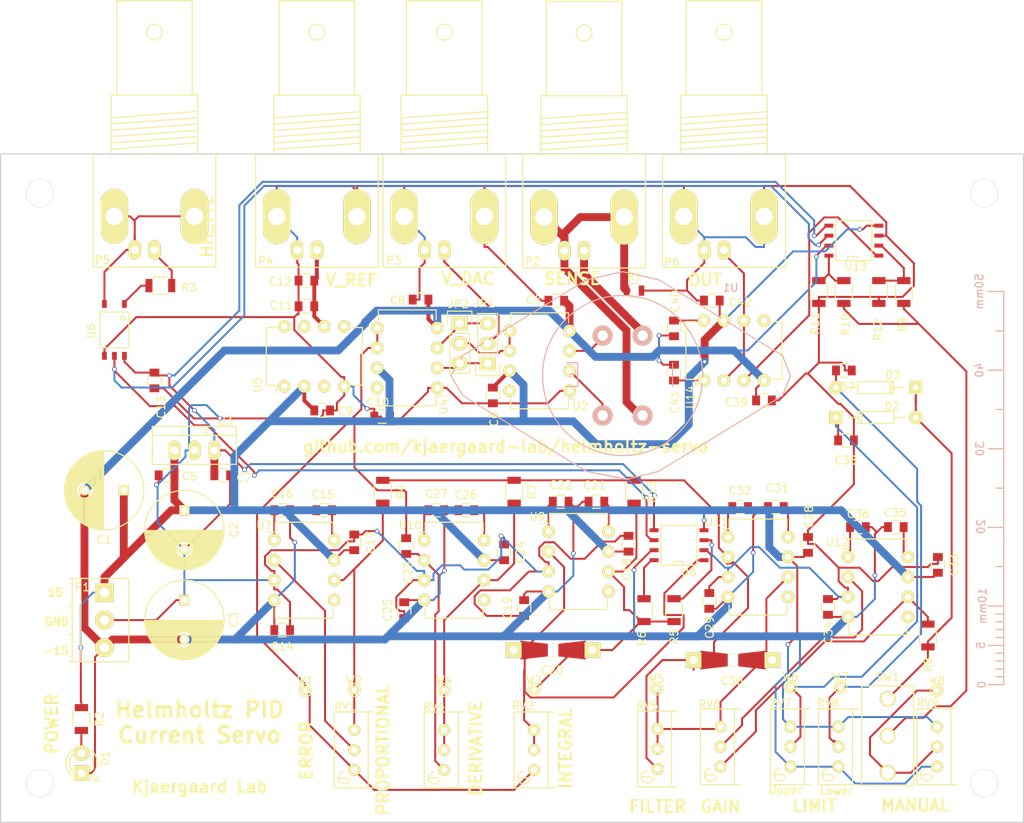
<source format=kicad_pcb>
(kicad_pcb (version 20171130) (host pcbnew "(5.1.12)-1")
  (title_block (title "Helmholtz Current Servo") (date 2016-12-15) (company "Kjaergaard Lab, University of Otago"))
  (layers (0 F.Cu signal) (31 B.Cu signal) (34 B.Paste user hide) (35 F.Paste user hide) (36 B.SilkS user hide) (37 F.SilkS user hide) (38 B.Mask user hide) (39 F.Mask user hide) (44 Edge.Cuts user))
  (net 0 "")
  (net 1 VDD)
  (net 2 VSS)
  (net 3 GND)
  (net 4 VCC)
  (net 5 "Net-(C11-Pad1)")
  (net 6 "Net-(C15-Pad1)")
  (net 7 "Net-(C16-Pad1)")
  (net 8 "Net-(C20-Pad1)")
  (net 9 "Net-(C20-Pad2)")
  (net 10 "Net-(C21-Pad1)")
  (net 11 "Net-(C22-Pad1)")
  (net 12 "Net-(C23-Pad1)")
  (net 13 /PIDAmps/ERROR)
  (net 14 "Net-(C26-Pad1)")
  (net 15 "Net-(C27-Pad1)")
  (net 16 "Net-(C30-Pad1)")
  (net 17 /OutputConditioning/CTRL_IN)
  (net 18 "Net-(C31-Pad1)")
  (net 19 "Net-(C32-Pad1)")
  (net 20 "Net-(C35-Pad1)")
  (net 21 "Net-(C36-Pad1)")
  (net 22 /OutputConditioning/LLIMIT)
  (net 23 /OutputConditioning/ULIMIT)
  (net 24 "Net-(C40-Pad1)")
  (net 25 "Net-(C41-Pad1)")
  (net 26 "Net-(D1-Pad2)")
  (net 27 "Net-(D2-Pad2)")
  (net 28 "Net-(P2-Pad2)")
  (net 29 "Net-(P2-Pad1)")
  (net 30 "Net-(P5-Pad2)")
  (net 31 "Net-(P5-Pad1)")
  (net 32 /OutputConditioning/SIG_OUT)
  (net 33 "Net-(R3-Pad1)")
  (net 34 "Net-(R4-Pad2)")
  (net 35 "Net-(R5-Pad2)")
  (net 36 "Net-(R6-Pad2)")
  (net 37 "Net-(R7-Pad2)")
  (net 38 "Net-(R8-Pad2)")
  (net 39 "Net-(R12-Pad1)")
  (net 40 "Net-(R10-Pad2)")
  (net 41 "Net-(R10-Pad1)")
  (net 42 "Net-(RV1-Pad2)")
  (net 43 "Net-(RV9-Pad2)")
  (net 44 "Net-(U1-Pad3)")
  (net 45 "Net-(U1-Pad4)")
  (net 46 HH_TTL)
  (net 47 "Net-(U13-Pad1)")
  (net 48 "Net-(JP1-Pad1)")
  (net 49 "Net-(JP1-Pad2)")
  (net 50 "Net-(JP1-Pad3)")
  (net 51 "Net-(JP2-Pad2)")
  (net 52 "Net-(RV6-Pad2)")
  (module Potentiometers:Potentiometer_Bourns_3296W_3-8Zoll_Inline_ScrewUp (layer F.Cu) (at 136.039 134.688)
    (fp_text reference RV6 (at -1.4 -7.96) (layer F.SilkS))
    (fp_text value 100K)
    (pad 2 thru_hole circle (at 0 -2.54) (size 1.524 1.524) (drill 0.8128) (layers *.Cu *.Mask F.SilkS) (net 52 "Net-(RV6-Pad2)"))
    (pad 3 thru_hole circle (at 0 -5.08) (size 1.524 1.524) (drill 0.8128) (layers *.Cu *.Mask F.SilkS) (net 16 "Net-(C30-Pad1)"))
    (pad 1 thru_hole circle (at 0 0) (size 1.524 1.524) (drill 0.8128) (layers *.Cu *.Mask F.SilkS) (net 38 "Net-(R8-Pad2)"))
  )
  (module Potentiometers:Potentiometer_Bourns_3296W_3-8Zoll_Inline_ScrewUp (layer F.Cu) (at 144.929 134.688)
    (fp_text reference RV7 (at -1.265 -8.085) (layer F.SilkS))
    (fp_text value 2K)
    (pad 2 thru_hole circle (at 0 -2.54) (size 1.524 1.524) (drill 0.8128) (layers *.Cu *.Mask F.SilkS) (net 23 /OutputConditioning/ULIMIT))
    (pad 3 thru_hole circle (at 0 -5.08) (size 1.524 1.524) (drill 0.8128) (layers *.Cu *.Mask F.SilkS) (net 2 VSS))
    (pad 1 thru_hole circle (at 0 0) (size 1.524 1.524) (drill 0.8128) (layers *.Cu *.Mask F.SilkS) (net 1 VDD))
  )
  (module local:VHP4Z (layer B.Cu) (at 126.139 79.8585 180)
    (fp_text reference U1 (at -11.176 6.096 180) (layer B.SilkS) (effects (justify mirror)))
    (fp_text value VHP4Z)
    (fp_text user I (at -3.81 -5.08 180) (layer B.SilkS) (effects (font (size 3 3)) (justify mirror)))
    (fp_text user E (at 8.89 -5.08 180) (layer B.SilkS) (effects (font (size 3 3)) (justify mirror)))
    (pad 1 thru_hole circle (at 0 0 180) (size 2.54 2.54) (drill 1.3208) (layers *.Cu *.Mask B.SilkS) (net 29 "Net-(P2-Pad1)"))
    (pad 2 thru_hole circle (at 0 -10.16 180) (size 2.54 2.54) (drill 1.3208) (layers *.Cu *.Mask B.SilkS) (net 28 "Net-(P2-Pad2)"))
    (pad 3 thru_hole circle (at 5.08 0 180) (size 2.54 2.54) (drill 1.3208) (layers *.Cu *.Mask B.SilkS) (net 44 "Net-(U1-Pad3)"))
    (pad 4 thru_hole circle (at 5.08 -10.16 180) (size 2.54 2.54) (drill 1.3208) (layers *.Cu *.Mask B.SilkS) (net 45 "Net-(U1-Pad4)"))
  )
  (module Pin_Headers:Pin_Header_Straight_1x03 (layer F.Cu) (at 106.439 83.4085 180)
    (fp_text reference JP1 (at 0.4 7.655 180) (layer F.SilkS))
    (fp_text value JUMPER3)
    (pad 1 thru_hole rect (at 0 0 180) (size 2.032 1.7272) (drill 1.016) (layers *.Cu *.Mask F.SilkS) (net 48 "Net-(JP1-Pad1)"))
    (pad 2 thru_hole oval (at 0 2.54 180) (size 2.032 1.7272) (drill 1.016) (layers *.Cu *.Mask F.SilkS) (net 49 "Net-(JP1-Pad2)"))
    (pad 3 thru_hole oval (at 0 5.08 180) (size 2.032 1.7272) (drill 1.016) (layers *.Cu *.Mask F.SilkS) (net 50 "Net-(JP1-Pad3)"))
  )
  (module Housings_DIP:DIP-8_W7.62mm (layer F.Cu) (at 116.856 86.8745 180)
    (fp_text reference U2 (at -1.383 -1.979 180) (layer F.SilkS))
    (fp_text value INA105)
    (pad 1 thru_hole oval (at 0 0 180) (size 1.6 1.6) (drill 0.8) (layers *.Cu *.Mask F.SilkS) (net 3 GND))
    (pad 2 thru_hole oval (at 0 2.54 180) (size 1.6 1.6) (drill 0.8) (layers *.Cu *.Mask F.SilkS) (net 45 "Net-(U1-Pad4)"))
    (pad 3 thru_hole oval (at 0 5.08 180) (size 1.6 1.6) (drill 0.8) (layers *.Cu *.Mask F.SilkS) (net 44 "Net-(U1-Pad3)"))
    (pad 4 thru_hole oval (at 0 7.62 180) (size 1.6 1.6) (drill 0.8) (layers *.Cu *.Mask F.SilkS) (net 2 VSS))
    (pad 5 thru_hole oval (at 7.62 7.62 180) (size 1.6 1.6) (drill 0.8) (layers *.Cu *.Mask F.SilkS) (net 51 "Net-(JP2-Pad2)"))
    (pad 6 thru_hole oval (at 7.62 5.08 180) (size 1.6 1.6) (drill 0.8) (layers *.Cu *.Mask F.SilkS) (net 51 "Net-(JP2-Pad2)"))
    (pad 7 thru_hole oval (at 7.62 2.54 180) (size 1.6 1.6) (drill 0.8) (layers *.Cu *.Mask F.SilkS) (net 1 VDD))
    (pad 8 thru_hole oval (at 7.62 0 180) (size 1.6 1.6) (drill 0.8) (layers *.Cu *.Mask F.SilkS))
  )
  (module SMD_Packages:SOIC-8-N (layer F.Cu) (at 152.989 67.7835 90)
    (fp_text reference U13 (at -3.27 0.25 180) (layer F.SilkS))
    (fp_text value DG419)
    (pad 8 smd rect (at -1.905 -3.175 90) (size 0.508 1.143) (layers F.Cu F.Paste F.Mask) (net 41 "Net-(R10-Pad1)"))
    (pad 7 smd rect (at -0.635 -3.175 90) (size 0.508 1.143) (layers F.Cu F.Paste F.Mask) (net 2 VSS))
    (pad 6 smd rect (at 0.635 -3.175 90) (size 0.508 1.143) (layers F.Cu F.Paste F.Mask) (net 46 HH_TTL))
    (pad 5 smd rect (at 1.905 -3.175 90) (size 0.508 1.143) (layers F.Cu F.Paste F.Mask) (net 4 VCC))
    (pad 4 smd rect (at 1.905 3.175 90) (size 0.508 1.143) (layers F.Cu F.Paste F.Mask) (net 1 VDD))
    (pad 3 smd rect (at 0.635 3.175 90) (size 0.508 1.143) (layers F.Cu F.Paste F.Mask) (net 3 GND))
    (pad 2 smd rect (at -0.635 3.175 90) (size 0.508 1.143) (layers F.Cu F.Paste F.Mask) (net 39 "Net-(R12-Pad1)"))
    (pad 1 smd rect (at -1.905 3.175 90) (size 0.508 1.143) (layers F.Cu F.Paste F.Mask) (net 47 "Net-(U13-Pad1)"))
  )
  (module Capacitors_SMD:C_0805 (layer F.Cu) (at 115.164 75.4195 180)
    (fp_text reference C4 (at 2.9 0.116 180) (layer F.SilkS))
    (fp_text value 100n)
    (pad 1 smd rect (at -1 0 180) (size 1 1.25) (layers F.Cu F.Paste F.Mask) (net 2 VSS))
    (pad 2 smd rect (at 1 0 180) (size 1 1.25) (layers F.Cu F.Paste F.Mask) (net 3 GND))
  )
  (module Capacitors_SMD:C_0805 (layer F.Cu) (at 65.629 97.6285 180)
    (fp_text reference C5 (at -2.935 -0.125 180) (layer F.SilkS))
    (fp_text value 330n)
    (pad 1 smd rect (at -1 0 180) (size 1 1.25) (layers F.Cu F.Paste F.Mask) (net 1 VDD))
    (pad 2 smd rect (at 1 0 180) (size 1 1.25) (layers F.Cu F.Paste F.Mask) (net 3 GND))
  )
  (module Capacitors_SMD:C_0805 (layer F.Cu) (at 107.11 87.4725 90)
    (fp_text reference C6 (at -3.006 0.154 90) (layer F.SilkS))
    (fp_text value 100n)
    (pad 1 smd rect (at -1 0 90) (size 1 1.25) (layers F.Cu F.Paste F.Mask) (net 3 GND))
    (pad 2 smd rect (at 1 0 90) (size 1 1.25) (layers F.Cu F.Paste F.Mask) (net 1 VDD))
  )
  (module Capacitors_SMD:C_0805 (layer F.Cu) (at 72.709 97.6285)
    (fp_text reference C7 (at 2.78 0.3) (layer F.SilkS))
    (fp_text value 10n)
    (pad 1 smd rect (at -1 0) (size 1 1.25) (layers F.Cu F.Paste F.Mask) (net 4 VCC))
    (pad 2 smd rect (at 1 0) (size 1 1.25) (layers F.Cu F.Paste F.Mask) (net 3 GND))
  )
  (module Capacitors_SMD:C_0805 (layer F.Cu) (at 97.914 75.2785)
    (fp_text reference C8 (at -2.9 0.095) (layer F.SilkS))
    (fp_text value 100n)
    (pad 1 smd rect (at -1 0) (size 1 1.25) (layers F.Cu F.Paste F.Mask) (net 3 GND))
    (pad 2 smd rect (at 1 0) (size 1 1.25) (layers F.Cu F.Paste F.Mask) (net 2 VSS))
  )
  (module Capacitors_SMD:C_0805 (layer F.Cu) (at 85.409 89.3735)
    (fp_text reference C9 (at 2.98 0.105) (layer F.SilkS))
    (fp_text value 2.2u)
    (pad 1 smd rect (at -1 0) (size 1 1.25) (layers F.Cu F.Paste F.Mask) (net 1 VDD))
    (pad 2 smd rect (at 1 0) (size 1 1.25) (layers F.Cu F.Paste F.Mask) (net 3 GND))
  )
  (module Capacitors_SMD:C_0805 (layer F.Cu) (at 93.039 90.1535)
    (fp_text reference C10 (at -0.537 -1.803) (layer F.SilkS))
    (fp_text value 100n)
    (pad 1 smd rect (at -1 0) (size 1 1.25) (layers F.Cu F.Paste F.Mask) (net 3 GND))
    (pad 2 smd rect (at 1 0) (size 1 1.25) (layers F.Cu F.Paste F.Mask) (net 1 VDD))
  )
  (module Capacitors_SMD:C_0805 (layer F.Cu) (at 83.409 76.1335 180)
    (fp_text reference C11 (at 3.195 0.13 180) (layer F.SilkS))
    (fp_text value 2.2u)
    (pad 1 smd rect (at -1 0 180) (size 1 1.25) (layers F.Cu F.Paste F.Mask) (net 5 "Net-(C11-Pad1)"))
    (pad 2 smd rect (at 1 0 180) (size 1 1.25) (layers F.Cu F.Paste F.Mask) (net 3 GND))
  )
  (module Capacitors_SMD:C_0805 (layer F.Cu) (at 83.409 72.8635 180)
    (fp_text reference C12 (at 3.345 -0.14 180) (layer F.SilkS))
    (fp_text value 100n)
    (pad 1 smd rect (at -1 0 180) (size 1 1.25) (layers F.Cu F.Paste F.Mask) (net 5 "Net-(C11-Pad1)"))
    (pad 2 smd rect (at 1 0 180) (size 1 1.25) (layers F.Cu F.Paste F.Mask) (net 3 GND))
  )
  (module Capacitors_SMD:C_0805 (layer F.Cu) (at 64.089 85.5635 270)
    (fp_text reference C13 (at 3.415 -0.875 270) (layer F.SilkS))
    (fp_text value 100n)
    (pad 1 smd rect (at -1 0 270) (size 1 1.25) (layers F.Cu F.Paste F.Mask) (net 4 VCC))
    (pad 2 smd rect (at 1 0 270) (size 1 1.25) (layers F.Cu F.Paste F.Mask) (net 3 GND))
  )
  (module Capacitors_SMD:C_0805 (layer F.Cu) (at 80.329 117.313 180)
    (fp_text reference C14 (at 0 -2.1 180) (layer F.SilkS))
    (fp_text value 100n)
    (pad 1 smd rect (at -1 0 180) (size 1 1.25) (layers F.Cu F.Paste F.Mask) (net 3 GND))
    (pad 2 smd rect (at 1 0 180) (size 1 1.25) (layers F.Cu F.Paste F.Mask) (net 2 VSS))
  )
  (module Capacitors_SMD:C_0805 (layer F.Cu) (at 85.679 102.073 180)
    (fp_text reference C15 (at 0.165 1.97 180) (layer F.SilkS))
    (fp_text value 100n)
    (pad 1 smd rect (at -1 0 180) (size 1 1.25) (layers F.Cu F.Paste F.Mask) (net 6 "Net-(C15-Pad1)"))
    (pad 2 smd rect (at 1 0 180) (size 1 1.25) (layers F.Cu F.Paste F.Mask) (net 2 VSS))
  )
  (module Capacitors_SMD:C_0805 (layer F.Cu) (at 80.329 102.073)
    (fp_text reference C16 (at 0 -2.1) (layer F.SilkS))
    (fp_text value 100n)
    (pad 1 smd rect (at -1 0) (size 1 1.25) (layers F.Cu F.Paste F.Mask) (net 7 "Net-(C16-Pad1)"))
    (pad 2 smd rect (at 1 0) (size 1 1.25) (layers F.Cu F.Paste F.Mask) (net 2 VSS))
  )
  (module Capacitors_SMD:C_0805 (layer F.Cu) (at 89.489 106.153 270)
    (fp_text reference C17 (at 0 -2.1 270) (layer F.SilkS))
    (fp_text value 100n)
    (pad 1 smd rect (at -1 0 270) (size 1 1.25) (layers F.Cu F.Paste F.Mask) (net 3 GND))
    (pad 2 smd rect (at 1 0 270) (size 1 1.25) (layers F.Cu F.Paste F.Mask) (net 1 VDD))
  )
  (module Capacitors_SMD:C_0805 (layer F.Cu) (at 124.348 106.322 270)
    (fp_text reference C18 (at 3.281585 0.233785 270) (layer F.SilkS))
    (fp_text value 100n)
    (pad 1 smd rect (at -1 0 270) (size 1 1.25) (layers F.Cu F.Paste F.Mask) (net 3 GND))
    (pad 2 smd rect (at 1 0 270) (size 1 1.25) (layers F.Cu F.Paste F.Mask) (net 1 VDD))
  )
  (module Capacitors_SMD:C_0805 (layer F.Cu) (at 111.079 114.503 90)
    (fp_text reference C19 (at 0 -2.1 90) (layer F.SilkS))
    (fp_text value 100n)
    (pad 1 smd rect (at -1 0 90) (size 1 1.25) (layers F.Cu F.Paste F.Mask) (net 3 GND))
    (pad 2 smd rect (at 1 0 90) (size 1 1.25) (layers F.Cu F.Paste F.Mask) (net 2 VSS))
  )
  (module Capacitors_SMD:C_0805 (layer F.Cu) (at 120.268 100.972 180)
    (fp_text reference C21 (at 0.228785 2.068415 180) (layer F.SilkS))
    (fp_text value 100n)
    (pad 1 smd rect (at -1 0 180) (size 1 1.25) (layers F.Cu F.Paste F.Mask) (net 10 "Net-(C21-Pad1)"))
    (pad 2 smd rect (at 1 0 180) (size 1 1.25) (layers F.Cu F.Paste F.Mask) (net 2 VSS))
  )
  (module Capacitors_SMD:C_0805 (layer F.Cu) (at 115.728 100.972)
    (fp_text reference C22 (at 0 -2.1) (layer F.SilkS))
    (fp_text value 100n)
    (pad 1 smd rect (at -1 0) (size 1 1.25) (layers F.Cu F.Paste F.Mask) (net 11 "Net-(C22-Pad1)"))
    (pad 2 smd rect (at 1 0) (size 1 1.25) (layers F.Cu F.Paste F.Mask) (net 2 VSS))
  )
  (module Capacitors_SMD:C_0805 (layer F.Cu) (at 96.089 106.628 90)
    (fp_text reference C23 (at -3.375 0.25 90) (layer F.SilkS))
    (fp_text value 100n)
    (pad 1 smd rect (at -1 0 90) (size 1 1.25) (layers F.Cu F.Paste F.Mask) (net 12 "Net-(C23-Pad1)"))
    (pad 2 smd rect (at 1 0 90) (size 1 1.25) (layers F.Cu F.Paste F.Mask) (net 13 /PIDAmps/ERROR))
  )
  (module Capacitors_SMD:C_0805 (layer F.Cu) (at 108.539 107.423 270)
    (fp_text reference C24 (at 0 -2.1 270) (layer F.SilkS))
    (fp_text value 100n)
    (pad 1 smd rect (at -1 0 270) (size 1 1.25) (layers F.Cu F.Paste F.Mask) (net 3 GND))
    (pad 2 smd rect (at 1 0 270) (size 1 1.25) (layers F.Cu F.Paste F.Mask) (net 1 VDD))
  )
  (module Capacitors_SMD:C_0805 (layer F.Cu) (at 95.839 114.773 90)
    (fp_text reference C25 (at 0 -2.1 90) (layer F.SilkS))
    (fp_text value 100n)
    (pad 1 smd rect (at -1 0 90) (size 1 1.25) (layers F.Cu F.Paste F.Mask) (net 3 GND))
    (pad 2 smd rect (at 1 0 90) (size 1 1.25) (layers F.Cu F.Paste F.Mask) (net 2 VSS))
  )
  (module Capacitors_SMD:C_0805 (layer F.Cu) (at 103.729 102.073 180)
    (fp_text reference C26 (at 0.04 1.945 180) (layer F.SilkS))
    (fp_text value 100n)
    (pad 1 smd rect (at -1 0 180) (size 1 1.25) (layers F.Cu F.Paste F.Mask) (net 14 "Net-(C26-Pad1)"))
    (pad 2 smd rect (at 1 0 180) (size 1 1.25) (layers F.Cu F.Paste F.Mask) (net 2 VSS))
  )
  (module Capacitors_SMD:C_0805 (layer F.Cu) (at 99.919 102.073)
    (fp_text reference C27 (at 0 -2.1) (layer F.SilkS))
    (fp_text value 100n)
    (pad 1 smd rect (at -1 0) (size 1 1.25) (layers F.Cu F.Paste F.Mask) (net 15 "Net-(C27-Pad1)"))
    (pad 2 smd rect (at 1 0) (size 1 1.25) (layers F.Cu F.Paste F.Mask) (net 2 VSS))
  )
  (module Capacitors_SMD:C_0805 (layer F.Cu) (at 147.159 106.478 270)
    (fp_text reference C28 (at -3.575 -0.13 270) (layer F.SilkS))
    (fp_text value 100n)
    (pad 1 smd rect (at -1 0 270) (size 1 1.25) (layers F.Cu F.Paste F.Mask) (net 3 GND))
    (pad 2 smd rect (at 1 0 270) (size 1 1.25) (layers F.Cu F.Paste F.Mask) (net 1 VDD))
  )
  (module Capacitors_SMD:C_0805 (layer F.Cu) (at 134.614 113.603 270)
    (fp_text reference C29 (at 3.38 -0.055 270) (layer F.SilkS))
    (fp_text value 100n)
    (pad 1 smd rect (at -1 0 270) (size 1 1.25) (layers F.Cu F.Paste F.Mask) (net 3 GND))
    (pad 2 smd rect (at 1 0 270) (size 1 1.25) (layers F.Cu F.Paste F.Mask) (net 2 VSS))
  )
  (module Capacitors_SMD:C_0805 (layer F.Cu) (at 143.079 101.668 180)
    (fp_text reference C31 (at -0.21 2.415 180) (layer F.SilkS))
    (fp_text value 100n)
    (pad 1 smd rect (at -1 0 180) (size 1 1.25) (layers F.Cu F.Paste F.Mask) (net 18 "Net-(C31-Pad1)"))
    (pad 2 smd rect (at 1 0 180) (size 1 1.25) (layers F.Cu F.Paste F.Mask) (net 2 VSS))
  )
  (module Capacitors_SMD:C_0805 (layer F.Cu) (at 138.539 101.668)
    (fp_text reference C32 (at 0 -2.1) (layer F.SilkS))
    (fp_text value 100n)
    (pad 1 smd rect (at -1 0) (size 1 1.25) (layers F.Cu F.Paste F.Mask) (net 19 "Net-(C32-Pad1)"))
    (pad 2 smd rect (at 1 0) (size 1 1.25) (layers F.Cu F.Paste F.Mask) (net 2 VSS))
  )
  (module Capacitors_SMD:C_0805 (layer F.Cu) (at 163.669 109.018 270)
    (fp_text reference C33 (at 0 -2.1 270) (layer F.SilkS))
    (fp_text value 100n)
    (pad 1 smd rect (at -1 0 270) (size 1 1.25) (layers F.Cu F.Paste F.Mask) (net 3 GND))
    (pad 2 smd rect (at 1 0 270) (size 1 1.25) (layers F.Cu F.Paste F.Mask) (net 1 VDD))
  )
  (module Capacitors_SMD:C_0805 (layer F.Cu) (at 149.699 114.368 270)
    (fp_text reference C34 (at 3.285 -0.065 270) (layer F.SilkS))
    (fp_text value 100n)
    (pad 1 smd rect (at -1 0 270) (size 1 1.25) (layers F.Cu F.Paste F.Mask) (net 3 GND))
    (pad 2 smd rect (at 1 0 270) (size 1 1.25) (layers F.Cu F.Paste F.Mask) (net 2 VSS))
  )
  (module Capacitors_SMD:C_0805 (layer F.Cu) (at 158.319 104.208 180)
    (fp_text reference C35 (at 0.08 1.805 180) (layer F.SilkS))
    (fp_text value 100n)
    (pad 1 smd rect (at -1 0 180) (size 1 1.25) (layers F.Cu F.Paste F.Mask) (net 20 "Net-(C35-Pad1)"))
    (pad 2 smd rect (at 1 0 180) (size 1 1.25) (layers F.Cu F.Paste F.Mask) (net 2 VSS))
  )
  (module Capacitors_SMD:C_0805 (layer F.Cu) (at 153.509 104.208)
    (fp_text reference C36 (at 0.03 -1.655) (layer F.SilkS))
    (fp_text value 100n)
    (pad 1 smd rect (at -1 0) (size 1 1.25) (layers F.Cu F.Paste F.Mask) (net 21 "Net-(C36-Pad1)"))
    (pad 2 smd rect (at 1 0) (size 1 1.25) (layers F.Cu F.Paste F.Mask) (net 2 VSS))
  )
  (module Capacitors_SMD:C_0805 (layer F.Cu) (at 151.719 84.2935 180)
    (fp_text reference C37 (at 0 -2.1 180) (layer F.SilkS))
    (fp_text value 100n)
    (pad 1 smd rect (at -1 0 180) (size 1 1.25) (layers F.Cu F.Paste F.Mask) (net 3 GND))
    (pad 2 smd rect (at 1 0 180) (size 1 1.25) (layers F.Cu F.Paste F.Mask) (net 22 /OutputConditioning/LLIMIT))
  )
  (module Capacitors_SMD:C_0805 (layer F.Cu) (at 151.989 93.1835 180)
    (fp_text reference C38 (at 0 -2.54 180) (layer F.SilkS))
    (fp_text value 100n)
    (pad 1 smd rect (at -1 0 180) (size 1 1.25) (layers F.Cu F.Paste F.Mask) (net 3 GND))
    (pad 2 smd rect (at 1 0 180) (size 1 1.25) (layers F.Cu F.Paste F.Mask) (net 23 /OutputConditioning/ULIMIT))
  )
  (module Capacitors_SMD:C_0805 (layer F.Cu) (at 141.559 88.1035)
    (fp_text reference C39 (at -3.52 0.225) (layer F.SilkS))
    (fp_text value 100n)
    (pad 1 smd rect (at -1 0) (size 1 1.25) (layers F.Cu F.Paste F.Mask) (net 2 VSS))
    (pad 2 smd rect (at 1 0) (size 1 1.25) (layers F.Cu F.Paste F.Mask) (net 3 GND))
  )
  (module Capacitors_SMD:C_0805 (layer F.Cu) (at 130.129 78.9435 270)
    (fp_text reference C40 (at -3.465 -0.16 270) (layer F.SilkS))
    (fp_text value 100n)
    (pad 1 smd rect (at -1 0 270) (size 1 1.25) (layers F.Cu F.Paste F.Mask) (net 24 "Net-(C40-Pad1)"))
    (pad 2 smd rect (at 1 0 270) (size 1 1.25) (layers F.Cu F.Paste F.Mask) (net 2 VSS))
  )
  (module Capacitors_SMD:C_0805 (layer F.Cu) (at 130.129 84.5635 90)
    (fp_text reference C41 (at -3.74 0.06 90) (layer F.SilkS))
    (fp_text value 100n)
    (pad 1 smd rect (at -1 0 90) (size 1 1.25) (layers F.Cu F.Paste F.Mask) (net 25 "Net-(C41-Pad1)"))
    (pad 2 smd rect (at 1 0 90) (size 1 1.25) (layers F.Cu F.Paste F.Mask) (net 2 VSS))
  )
  (module Capacitors_SMD:C_0805 (layer F.Cu) (at 134.939 75.4035)
    (fp_text reference C42 (at 3.625 0.25) (layer F.SilkS))
    (fp_text value 100n)
    (pad 1 smd rect (at -1 0) (size 1 1.25) (layers F.Cu F.Paste F.Mask) (net 3 GND))
    (pad 2 smd rect (at 1 0) (size 1 1.25) (layers F.Cu F.Paste F.Mask) (net 1 VDD))
  )
  (module LEDs:LED-3MM (layer F.Cu) (at 54.806 135.497 90)
    (fp_text reference D1 (at 1.91 3.06 90) (layer F.SilkS))
    (fp_text value LED)
    (fp_text user K (at -0.706 1.883 90) (layer F.SilkS))
    (pad 1 thru_hole rect (at 0 0 180) (size 2 2) (drill 1.00076) (layers *.Cu *.Mask F.SilkS) (net 2 VSS))
    (pad 2 thru_hole circle (at 2.54 0 90) (size 2 2) (drill 1.00076) (layers *.Cu *.Mask F.SilkS) (net 26 "Net-(D1-Pad2)"))
  )
  (module Diodes_ThroughHole:Diode_DO-35_SOD27_Horizontal_RM10 (layer F.Cu) (at 150.701 90.2788)
    (fp_text reference D2 (at 7.138403 -1.425357) (layer F.SilkS))
    (fp_text value D)
    (pad 2 thru_hole circle (at 10.16052 -0.00254 180) (size 1.69926 1.69926) (drill 0.70104) (layers *.Cu *.Mask F.SilkS) (net 27 "Net-(D2-Pad2)"))
    (pad 1 thru_hole rect (at 0.00052 -0.00254 180) (size 1.69926 1.69926) (drill 0.70104) (layers *.Cu *.Mask F.SilkS) (net 23 /OutputConditioning/ULIMIT))
  )
  (module Diodes_ThroughHole:Diode_DO-35_SOD27_Horizontal_RM10 (layer F.Cu) (at 160.861 86.4663 180)
    (fp_text reference D3 (at 2.922117 1.612817 180) (layer F.SilkS))
    (fp_text value D)
    (pad 2 thru_hole circle (at 10.16052 -0.00254) (size 1.69926 1.69926) (drill 0.70104) (layers *.Cu *.Mask F.SilkS) (net 22 /OutputConditioning/LLIMIT))
    (pad 1 thru_hole rect (at 0.00052 -0.00254) (size 1.69926 1.69926) (drill 0.70104) (layers *.Cu *.Mask F.SilkS) (net 27 "Net-(D2-Pad2)"))
  )
  (module Terminal_Blocks:TerminalBlock_Pheonix_PT-3.5mm_3pol (layer F.Cu) (at 57.739 112.543 270)
    (fp_text reference P1 (at -0.69 2.825) (layer F.SilkS))
    (fp_text value POWER)
    (pad 2 thru_hole circle (at 3.5 0 270) (size 2.4 2.4) (drill 1.2) (layers *.Cu *.Mask F.SilkS) (net 3 GND))
    (pad 3 thru_hole circle (at 7 0 270) (size 2.4 2.4) (drill 1.2) (layers *.Cu *.Mask F.SilkS) (net 2 VSS))
    (pad 1 thru_hole rect (at 0 0 270) (size 2.4 2.4) (drill 1.2) (layers *.Cu *.Mask F.SilkS) (net 1 VDD))
  )
  (module Sockets_BNC:BNC_Socket_TYCO-AMP_LargePads (layer F.Cu) (at 118.699 64.0522)
    (fp_text reference P2 (at -6.51 6.35126) (layer F.SilkS))
    (fp_text value SENSE)
    (pad 2 thru_hole oval (at -5.09778 0.7366) (size 3.50012 7.00024) (drill 2.19964) (layers *.Cu *.Mask F.SilkS) (net 28 "Net-(P2-Pad2)"))
    (pad 2 thru_hole oval (at 5.10032 0.7366) (size 3.50012 7.00024) (drill 2.19964) (layers *.Cu *.Mask F.SilkS) (net 28 "Net-(P2-Pad2)"))
    (pad 1 thru_hole oval (at 0 5.00126) (size 1.6002 2.49936) (drill 1.00076) (layers *.Cu *.Mask F.SilkS) (net 29 "Net-(P2-Pad1)"))
    (pad 2 thru_hole oval (at -2.49936 5.00126) (size 1.6002 2.49936) (drill 1.00076) (layers *.Cu *.Mask F.SilkS) (net 28 "Net-(P2-Pad2)"))
  )
  (module Sockets_BNC:BNC_Socket_TYCO-AMP_LargePads (layer F.Cu) (at 100.937 63.9735)
    (fp_text reference P3 (at -6.39778 6.33 180) (layer F.SilkS))
    (fp_text value V_DAC)
    (pad 2 thru_hole oval (at -5.09778 0.7366) (size 3.50012 7.00024) (drill 2.19964) (layers *.Cu *.Mask F.SilkS) (net 3 GND))
    (pad 2 thru_hole oval (at 5.10032 0.7366) (size 3.50012 7.00024) (drill 2.19964) (layers *.Cu *.Mask F.SilkS) (net 3 GND))
    (pad 1 thru_hole oval (at 0 5.00126) (size 1.6002 2.49936) (drill 1.00076) (layers *.Cu *.Mask F.SilkS) (net 49 "Net-(JP1-Pad2)"))
    (pad 2 thru_hole oval (at -2.49936 5.00126) (size 1.6002 2.49936) (drill 1.00076) (layers *.Cu *.Mask F.SilkS) (net 3 GND))
  )
  (module Sockets_BNC:BNC_Socket_TYCO-AMP_LargePads (layer F.Cu) (at 84.7394 63.982)
    (fp_text reference P4 (at -6.475393 6.396495 180) (layer F.SilkS))
    (fp_text value VREF)
    (pad 2 thru_hole oval (at -5.09778 0.7366) (size 3.50012 7.00024) (drill 2.19964) (layers *.Cu *.Mask F.SilkS) (net 3 GND))
    (pad 2 thru_hole oval (at 5.10032 0.7366) (size 3.50012 7.00024) (drill 2.19964) (layers *.Cu *.Mask F.SilkS) (net 3 GND))
    (pad 1 thru_hole oval (at 0 5.00126) (size 1.6002 2.49936) (drill 1.00076) (layers *.Cu *.Mask F.SilkS) (net 5 "Net-(C11-Pad1)"))
    (pad 2 thru_hole oval (at -2.49936 5.00126) (size 1.6002 2.49936) (drill 1.00076) (layers *.Cu *.Mask F.SilkS) (net 3 GND))
  )
  (module Sockets_BNC:BNC_Socket_TYCO-AMP_LargePads (layer F.Cu) (at 64.089 63.9535)
    (fp_text reference P5 (at -6.585 6.28) (layer F.SilkS))
    (fp_text value HH_IN)
    (pad 2 thru_hole oval (at -5.09778 0.7366) (size 3.50012 7.00024) (drill 2.19964) (layers *.Cu *.Mask F.SilkS) (net 30 "Net-(P5-Pad2)"))
    (pad 2 thru_hole oval (at 5.10032 0.7366) (size 3.50012 7.00024) (drill 2.19964) (layers *.Cu *.Mask F.SilkS) (net 30 "Net-(P5-Pad2)"))
    (pad 1 thru_hole oval (at 0 5.00126) (size 1.6002 2.49936) (drill 1.00076) (layers *.Cu *.Mask F.SilkS) (net 31 "Net-(P5-Pad1)"))
    (pad 2 thru_hole oval (at -2.49936 5.00126) (size 1.6002 2.49936) (drill 1.00076) (layers *.Cu *.Mask F.SilkS) (net 30 "Net-(P5-Pad2)"))
  )
  (module Sockets_BNC:BNC_Socket_TYCO-AMP_LargePads (layer F.Cu) (at 136.479 63.9735)
    (fp_text reference P6 (at -6.615 6.555 180) (layer F.SilkS))
    (fp_text value OUT)
    (pad 2 thru_hole oval (at -5.09778 0.7366) (size 3.50012 7.00024) (drill 2.19964) (layers *.Cu *.Mask F.SilkS) (net 3 GND))
    (pad 2 thru_hole oval (at 5.10032 0.7366) (size 3.50012 7.00024) (drill 2.19964) (layers *.Cu *.Mask F.SilkS) (net 3 GND))
    (pad 1 thru_hole oval (at 0 5.00126) (size 1.6002 2.49936) (drill 1.00076) (layers *.Cu *.Mask F.SilkS) (net 32 /OutputConditioning/SIG_OUT))
    (pad 2 thru_hole oval (at -2.49936 5.00126) (size 1.6002 2.49936) (drill 1.00076) (layers *.Cu *.Mask F.SilkS) (net 3 GND))
  )
  (module Resistors_SMD:R_0805 (layer F.Cu) (at 125.049 74.1335)
    (fp_text reference R1 (at 0.065 -1.83) (layer F.SilkS))
    (fp_text value 0R)
    (pad 1 smd rect (at -0.95 0) (size 0.7 1.3) (layers F.Cu F.Paste F.Mask) (net 28 "Net-(P2-Pad2)"))
    (pad 2 smd rect (at 0.95 0) (size 0.7 1.3) (layers F.Cu F.Paste F.Mask) (net 3 GND))
  )
  (module Resistors_SMD:R_1206 (layer F.Cu) (at 54.806 128.624 270)
    (fp_text reference R2 (at 0 -2.3 270) (layer F.SilkS))
    (fp_text value 1K2)
    (pad 1 smd rect (at -1.45 0 270) (size 0.9 1.7) (layers F.Cu F.Paste F.Mask) (net 1 VDD))
    (pad 2 smd rect (at 1.45 0 270) (size 0.9 1.7) (layers F.Cu F.Paste F.Mask) (net 26 "Net-(D1-Pad2)"))
  )
  (module Resistors_SMD:R_1206 (layer F.Cu) (at 64.839 73.5035)
    (fp_text reference R3 (at 3.675 0.245) (layer F.SilkS))
    (fp_text value 330)
    (pad 1 smd rect (at -1.45 0) (size 0.9 1.7) (layers F.Cu F.Paste F.Mask) (net 33 "Net-(R3-Pad1)"))
    (pad 2 smd rect (at 1.45 0) (size 0.9 1.7) (layers F.Cu F.Paste F.Mask) (net 31 "Net-(P5-Pad1)"))
  )
  (module Resistors_SMD:R_1206 (layer F.Cu) (at 93.119 99.7135 270)
    (fp_text reference R4 (at 0 -2.3 270) (layer F.SilkS))
    (fp_text value 10K)
    (pad 1 smd rect (at -1.45 0 270) (size 0.9 1.7) (layers F.Cu F.Paste F.Mask) (net 17 /OutputConditioning/CTRL_IN))
    (pad 2 smd rect (at 1.45 0 270) (size 0.9 1.7) (layers F.Cu F.Paste F.Mask) (net 34 "Net-(R4-Pad2)"))
  )
  (module Resistors_SMD:R_1206 (layer F.Cu) (at 130.129 114.773 90)
    (fp_text reference R5 (at -3.38 0.035 90) (layer F.SilkS))
    (fp_text value DNP)
    (pad 1 smd rect (at -1.45 0 90) (size 0.9 1.7) (layers F.Cu F.Paste F.Mask) (net 8 "Net-(C20-Pad1)"))
    (pad 2 smd rect (at 1.45 0 90) (size 0.9 1.7) (layers F.Cu F.Paste F.Mask) (net 35 "Net-(R5-Pad2)"))
  )
  (module Resistors_SMD:R_1206 (layer F.Cu) (at 126.319 114.773 90)
    (fp_text reference R6 (at -3.605 -0.28 90) (layer F.SilkS))
    (fp_text value 3K3)
    (pad 1 smd rect (at -1.45 0 90) (size 0.9 1.7) (layers F.Cu F.Paste F.Mask) (net 8 "Net-(C20-Pad1)"))
    (pad 2 smd rect (at 1.45 0 90) (size 0.9 1.7) (layers F.Cu F.Paste F.Mask) (net 36 "Net-(R6-Pad2)"))
  )
  (module Resistors_SMD:R_1206 (layer F.Cu) (at 109.809 99.7135 270)
    (fp_text reference R7 (at 0 -2.3 270) (layer F.SilkS))
    (fp_text value 10K)
    (pad 1 smd rect (at -1.45 0 270) (size 0.9 1.7) (layers F.Cu F.Paste F.Mask) (net 17 /OutputConditioning/CTRL_IN))
    (pad 2 smd rect (at 1.45 0 270) (size 0.9 1.7) (layers F.Cu F.Paste F.Mask) (net 37 "Net-(R7-Pad2)"))
  )
  (module Resistors_SMD:R_1206 (layer F.Cu) (at 162.399 117.998 90)
    (fp_text reference R8 (at -3.705 0.015 90) (layer F.SilkS))
    (fp_text value 51K)
    (pad 1 smd rect (at -1.45 0 90) (size 0.9 1.7) (layers F.Cu F.Paste F.Mask) (net 27 "Net-(D2-Pad2)"))
    (pad 2 smd rect (at 1.45 0 90) (size 0.9 1.7) (layers F.Cu F.Paste F.Mask) (net 38 "Net-(R8-Pad2)"))
  )
  (module Resistors_SMD:R_1206 (layer F.Cu) (at 159.339 74.3135 270)
    (fp_text reference R9 (at 4.115 0.175 270) (layer F.SilkS))
    (fp_text value 50)
    (pad 1 smd rect (at -1.45 0 270) (size 0.9 1.7) (layers F.Cu F.Paste F.Mask) (net 39 "Net-(R12-Pad1)"))
    (pad 2 smd rect (at 1.45 0 270) (size 0.9 1.7) (layers F.Cu F.Paste F.Mask) (net 40 "Net-(R10-Pad2)"))
  )
  (module Resistors_SMD:R_1206 (layer F.Cu) (at 151.719 74.3135 270)
    (fp_text reference R10 (at 4.14 -0.22 270) (layer F.SilkS))
    (fp_text value DNP)
    (pad 1 smd rect (at -1.45 0 270) (size 0.9 1.7) (layers F.Cu F.Paste F.Mask) (net 41 "Net-(R10-Pad1)"))
    (pad 2 smd rect (at 1.45 0 270) (size 0.9 1.7) (layers F.Cu F.Paste F.Mask) (net 40 "Net-(R10-Pad2)"))
  )
  (module Resistors_SMD:R_1206 (layer F.Cu) (at 148.544 74.3135 270)
    (fp_text reference R11 (at 4.015 0.48 270) (layer F.SilkS))
    (fp_text value 50)
    (pad 1 smd rect (at -1.45 0 270) (size 0.9 1.7) (layers F.Cu F.Paste F.Mask) (net 41 "Net-(R10-Pad1)"))
    (pad 2 smd rect (at 1.45 0 270) (size 0.9 1.7) (layers F.Cu F.Paste F.Mask) (net 3 GND))
  )
  (module Resistors_SMD:R_1206 (layer F.Cu) (at 156.164 74.3135 270)
    (fp_text reference R12 (at 4.79 0.15 270) (layer F.SilkS))
    (fp_text value DNP)
    (pad 1 smd rect (at -1.45 0 270) (size 0.9 1.7) (layers F.Cu F.Paste F.Mask) (net 39 "Net-(R12-Pad1)"))
    (pad 2 smd rect (at 1.45 0 270) (size 0.9 1.7) (layers F.Cu F.Paste F.Mask) (net 3 GND))
  )
  (module Potentiometers:Potentiometer_Bourns_3296W_3-8Zoll_Inline_ScrewUp (layer F.Cu) (at 89.489 135.093)
    (fp_text reference RV1 (at -1.15 -8.09 180) (layer F.SilkS))
    (fp_text value 10K)
    (pad 2 thru_hole circle (at 0 -2.54) (size 1.524 1.524) (drill 0.8128) (layers *.Cu *.Mask F.SilkS) (net 42 "Net-(RV1-Pad2)"))
    (pad 3 thru_hole circle (at 0 -5.08) (size 1.524 1.524) (drill 0.8128) (layers *.Cu *.Mask F.SilkS) (net 34 "Net-(R4-Pad2)"))
    (pad 1 thru_hole circle (at 0 0) (size 1.524 1.524) (drill 0.8128) (layers *.Cu *.Mask F.SilkS) (net 13 /PIDAmps/ERROR))
  )
  (module Potentiometers:Potentiometer_Bourns_3296W_3-8Zoll_Inline_ScrewUp (layer F.Cu) (at 112.349 135.093)
    (fp_text reference RV2 (at -1.435 -8.165) (layer F.SilkS))
    (fp_text value 10K)
    (pad 2 thru_hole circle (at 0 -2.54) (size 1.524 1.524) (drill 0.8128) (layers *.Cu *.Mask F.SilkS) (net 9 "Net-(C20-Pad2)"))
    (pad 3 thru_hole circle (at 0 -5.08) (size 1.524 1.524) (drill 0.8128) (layers *.Cu *.Mask F.SilkS) (net 9 "Net-(C20-Pad2)"))
    (pad 1 thru_hole circle (at 0 0) (size 1.524 1.524) (drill 0.8128) (layers *.Cu *.Mask F.SilkS) (net 13 /PIDAmps/ERROR))
  )
  (module Potentiometers:Potentiometer_Bourns_3296W_3-8Zoll_Inline_ScrewUp (layer F.Cu) (at 100.919 135.093)
    (fp_text reference RV4 (at -1.28 -8.04 180) (layer F.SilkS))
    (fp_text value 10K)
    (pad 2 thru_hole circle (at 0 -2.54) (size 1.524 1.524) (drill 0.8128) (layers *.Cu *.Mask F.SilkS) (net 37 "Net-(R7-Pad2)"))
    (pad 3 thru_hole circle (at 0 -5.08) (size 1.524 1.524) (drill 0.8128) (layers *.Cu *.Mask F.SilkS) (net 37 "Net-(R7-Pad2)"))
    (pad 1 thru_hole circle (at 0 0) (size 1.524 1.524) (drill 0.8128) (layers *.Cu *.Mask F.SilkS) (net 12 "Net-(C23-Pad1)"))
  )
  (module Potentiometers:Potentiometer_Bourns_3296W_3-8Zoll_Inline_ScrewUp (layer F.Cu) (at 128.039 134.968)
    (fp_text reference RV5 (at -1.285 -8.035) (layer F.SilkS))
    (fp_text value 10K)
    (pad 2 thru_hole circle (at 0 -2.54) (size 1.524 1.524) (drill 0.8128) (layers *.Cu *.Mask F.SilkS) (net 16 "Net-(C30-Pad1)"))
    (pad 3 thru_hole circle (at 0 -5.08) (size 1.524 1.524) (drill 0.8128) (layers *.Cu *.Mask F.SilkS) (net 16 "Net-(C30-Pad1)"))
    (pad 1 thru_hole circle (at 0 0) (size 1.524 1.524) (drill 0.8128) (layers *.Cu *.Mask F.SilkS) (net 17 /OutputConditioning/CTRL_IN))
  )
  (module Potentiometers:Potentiometer_Bourns_3296W_3-8Zoll_Inline_ScrewUp (layer F.Cu) (at 151.039 134.688)
    (fp_text reference RV8 (at -1.34 -8.085) (layer F.SilkS))
    (fp_text value 2K)
    (pad 2 thru_hole circle (at 0 -2.54) (size 1.524 1.524) (drill 0.8128) (layers *.Cu *.Mask F.SilkS) (net 22 /OutputConditioning/LLIMIT))
    (pad 3 thru_hole circle (at 0 -5.08) (size 1.524 1.524) (drill 0.8128) (layers *.Cu *.Mask F.SilkS) (net 2 VSS))
    (pad 1 thru_hole circle (at 0 0) (size 1.524 1.524) (drill 0.8128) (layers *.Cu *.Mask F.SilkS) (net 1 VDD))
  )
  (module Potentiometers:Potentiometer_Bourns_3296W_3-8Zoll_Inline_ScrewUp (layer F.Cu) (at 163.539 134.688)
    (fp_text reference RV9 (at -1.195 -8.085) (layer F.SilkS))
    (fp_text value 10K)
    (pad 2 thru_hole circle (at 0 -2.54) (size 1.524 1.524) (drill 0.8128) (layers *.Cu *.Mask F.SilkS) (net 43 "Net-(RV9-Pad2)"))
    (pad 3 thru_hole circle (at 0 -5.08) (size 1.524 1.524) (drill 0.8128) (layers *.Cu *.Mask F.SilkS) (net 2 VSS))
    (pad 1 thru_hole circle (at 0 0) (size 1.524 1.524) (drill 0.8128) (layers *.Cu *.Mask F.SilkS) (net 1 VDD))
  )
  (module TO_SOT_Packages_THT:TO-220_Neutral123_Vertical (layer F.Cu) (at 69.169 94.4535)
    (fp_text reference U3 (at 3.97 -3.775) (layer F.SilkS))
    (fp_text value 78L05)
    (pad 2 thru_hole oval (at 0 0 90) (size 2.49936 1.50114) (drill 1.00076) (layers *.Cu *.Mask F.SilkS) (net 3 GND))
    (pad 1 thru_hole oval (at -2.54 0 90) (size 2.49936 1.50114) (drill 1.00076) (layers *.Cu *.Mask F.SilkS) (net 1 VDD))
    (pad 3 thru_hole oval (at 2.54 0 90) (size 2.49936 1.50114) (drill 1.00076) (layers *.Cu *.Mask F.SilkS) (net 4 VCC))
  )
  (module Housings_DIP:DIP-8_W7.62mm (layer F.Cu) (at 100.039 86.5035 180)
    (fp_text reference U4 (at -0.82 -2.41 270) (layer F.SilkS))
    (fp_text value INA105)
    (pad 1 thru_hole oval (at 0 0 180) (size 1.6 1.6) (drill 0.8) (layers *.Cu *.Mask F.SilkS) (net 3 GND))
    (pad 2 thru_hole oval (at 0 2.54 180) (size 1.6 1.6) (drill 0.8) (layers *.Cu *.Mask F.SilkS) (net 48 "Net-(JP1-Pad1)"))
    (pad 3 thru_hole oval (at 0 5.08 180) (size 1.6 1.6) (drill 0.8) (layers *.Cu *.Mask F.SilkS) (net 50 "Net-(JP1-Pad3)"))
    (pad 4 thru_hole oval (at 0 7.62 180) (size 1.6 1.6) (drill 0.8) (layers *.Cu *.Mask F.SilkS) (net 2 VSS))
    (pad 5 thru_hole oval (at 7.62 7.62 180) (size 1.6 1.6) (drill 0.8) (layers *.Cu *.Mask F.SilkS) (net 13 /PIDAmps/ERROR))
    (pad 6 thru_hole oval (at 7.62 5.08 180) (size 1.6 1.6) (drill 0.8) (layers *.Cu *.Mask F.SilkS) (net 13 /PIDAmps/ERROR))
    (pad 7 thru_hole oval (at 7.62 2.54 180) (size 1.6 1.6) (drill 0.8) (layers *.Cu *.Mask F.SilkS) (net 1 VDD))
    (pad 8 thru_hole oval (at 7.62 0 180) (size 1.6 1.6) (drill 0.8) (layers *.Cu *.Mask F.SilkS))
  )
  (module Housings_DIP:DIP-8_W7.62mm (layer F.Cu) (at 79.329 105.883)
    (fp_text reference U7 (at -1.29 -1.88) (layer F.SilkS))
    (fp_text value TC7650)
    (pad 1 thru_hole oval (at 0 0) (size 1.6 1.6) (drill 0.8) (layers *.Cu *.Mask F.SilkS) (net 7 "Net-(C16-Pad1)"))
    (pad 2 thru_hole oval (at 0 2.54) (size 1.6 1.6) (drill 0.8) (layers *.Cu *.Mask F.SilkS) (net 42 "Net-(RV1-Pad2)"))
    (pad 3 thru_hole oval (at 0 5.08) (size 1.6 1.6) (drill 0.8) (layers *.Cu *.Mask F.SilkS) (net 3 GND))
    (pad 4 thru_hole oval (at 0 7.62) (size 1.6 1.6) (drill 0.8) (layers *.Cu *.Mask F.SilkS) (net 2 VSS))
    (pad 5 thru_hole oval (at 7.62 7.62) (size 1.6 1.6) (drill 0.8) (layers *.Cu *.Mask F.SilkS))
    (pad 6 thru_hole oval (at 7.62 5.08) (size 1.6 1.6) (drill 0.8) (layers *.Cu *.Mask F.SilkS) (net 34 "Net-(R4-Pad2)"))
    (pad 7 thru_hole oval (at 7.62 2.54) (size 1.6 1.6) (drill 0.8) (layers *.Cu *.Mask F.SilkS) (net 1 VDD))
    (pad 8 thru_hole oval (at 7.62 0) (size 1.6 1.6) (drill 0.8) (layers *.Cu *.Mask F.SilkS) (net 6 "Net-(C15-Pad1)"))
  )
  (module SMD_Packages:SOIC-8-N (layer F.Cu) (at 130.764 106.518 90)
    (fp_text reference U8 (at -3.435 1.25 180) (layer F.SilkS))
    (fp_text value DG419)
    (pad 8 smd rect (at -1.905 -3.175 90) (size 0.508 1.143) (layers F.Cu F.Paste F.Mask) (net 36 "Net-(R6-Pad2)"))
    (pad 7 smd rect (at -0.635 -3.175 90) (size 0.508 1.143) (layers F.Cu F.Paste F.Mask) (net 2 VSS))
    (pad 6 smd rect (at 0.635 -3.175 90) (size 0.508 1.143) (layers F.Cu F.Paste F.Mask) (net 46 HH_TTL))
    (pad 5 smd rect (at 1.905 -3.175 90) (size 0.508 1.143) (layers F.Cu F.Paste F.Mask) (net 4 VCC))
    (pad 4 smd rect (at 1.905 3.175 90) (size 0.508 1.143) (layers F.Cu F.Paste F.Mask) (net 1 VDD))
    (pad 3 smd rect (at 0.635 3.175 90) (size 0.508 1.143) (layers F.Cu F.Paste F.Mask) (net 3 GND))
    (pad 2 smd rect (at -0.635 3.175 90) (size 0.508 1.143) (layers F.Cu F.Paste F.Mask) (net 35 "Net-(R5-Pad2)"))
    (pad 1 smd rect (at -1.905 3.175 90) (size 0.508 1.143) (layers F.Cu F.Paste F.Mask) (net 9 "Net-(C20-Pad2)"))
  )
  (module Housings_DIP:DIP-8_W7.62mm (layer F.Cu) (at 114.188 104.782)
    (fp_text reference U9 (at -1.423785 -1.878415) (layer F.SilkS))
    (fp_text value TC7650)
    (pad 1 thru_hole oval (at 0 0) (size 1.6 1.6) (drill 0.8) (layers *.Cu *.Mask F.SilkS) (net 11 "Net-(C22-Pad1)"))
    (pad 2 thru_hole oval (at 0 2.54) (size 1.6 1.6) (drill 0.8) (layers *.Cu *.Mask F.SilkS) (net 9 "Net-(C20-Pad2)"))
    (pad 3 thru_hole oval (at 0 5.08) (size 1.6 1.6) (drill 0.8) (layers *.Cu *.Mask F.SilkS) (net 3 GND))
    (pad 4 thru_hole oval (at 0 7.62) (size 1.6 1.6) (drill 0.8) (layers *.Cu *.Mask F.SilkS) (net 2 VSS))
    (pad 5 thru_hole oval (at 7.62 7.62) (size 1.6 1.6) (drill 0.8) (layers *.Cu *.Mask F.SilkS))
    (pad 6 thru_hole oval (at 7.62 5.08) (size 1.6 1.6) (drill 0.8) (layers *.Cu *.Mask F.SilkS) (net 8 "Net-(C20-Pad1)"))
    (pad 7 thru_hole oval (at 7.62 2.54) (size 1.6 1.6) (drill 0.8) (layers *.Cu *.Mask F.SilkS) (net 1 VDD))
    (pad 8 thru_hole oval (at 7.62 0) (size 1.6 1.6) (drill 0.8) (layers *.Cu *.Mask F.SilkS) (net 10 "Net-(C21-Pad1)"))
  )
  (module Housings_DIP:DIP-8_W7.62mm (layer F.Cu) (at 98.379 105.883)
    (fp_text reference U10 (at -1.79 -1.905) (layer F.SilkS))
    (fp_text value TC7650)
    (pad 1 thru_hole oval (at 0 0) (size 1.6 1.6) (drill 0.8) (layers *.Cu *.Mask F.SilkS) (net 15 "Net-(C27-Pad1)"))
    (pad 2 thru_hole oval (at 0 2.54) (size 1.6 1.6) (drill 0.8) (layers *.Cu *.Mask F.SilkS) (net 12 "Net-(C23-Pad1)"))
    (pad 3 thru_hole oval (at 0 5.08) (size 1.6 1.6) (drill 0.8) (layers *.Cu *.Mask F.SilkS) (net 3 GND))
    (pad 4 thru_hole oval (at 0 7.62) (size 1.6 1.6) (drill 0.8) (layers *.Cu *.Mask F.SilkS) (net 2 VSS))
    (pad 5 thru_hole oval (at 7.62 7.62) (size 1.6 1.6) (drill 0.8) (layers *.Cu *.Mask F.SilkS))
    (pad 6 thru_hole oval (at 7.62 5.08) (size 1.6 1.6) (drill 0.8) (layers *.Cu *.Mask F.SilkS) (net 37 "Net-(R7-Pad2)"))
    (pad 7 thru_hole oval (at 7.62 2.54) (size 1.6 1.6) (drill 0.8) (layers *.Cu *.Mask F.SilkS) (net 1 VDD))
    (pad 8 thru_hole oval (at 7.62 0) (size 1.6 1.6) (drill 0.8) (layers *.Cu *.Mask F.SilkS) (net 14 "Net-(C26-Pad1)"))
  )
  (module Housings_DIP:DIP-8_W7.62mm (layer F.Cu) (at 136.999 105.478)
    (fp_text reference U11 (at -1.435 -1.925) (layer F.SilkS))
    (fp_text value TC7650)
    (pad 1 thru_hole oval (at 0 0) (size 1.6 1.6) (drill 0.8) (layers *.Cu *.Mask F.SilkS) (net 19 "Net-(C32-Pad1)"))
    (pad 2 thru_hole oval (at 0 2.54) (size 1.6 1.6) (drill 0.8) (layers *.Cu *.Mask F.SilkS) (net 17 /OutputConditioning/CTRL_IN))
    (pad 3 thru_hole oval (at 0 5.08) (size 1.6 1.6) (drill 0.8) (layers *.Cu *.Mask F.SilkS) (net 3 GND))
    (pad 4 thru_hole oval (at 0 7.62) (size 1.6 1.6) (drill 0.8) (layers *.Cu *.Mask F.SilkS) (net 2 VSS))
    (pad 5 thru_hole oval (at 7.62 7.62) (size 1.6 1.6) (drill 0.8) (layers *.Cu *.Mask F.SilkS))
    (pad 6 thru_hole oval (at 7.62 5.08) (size 1.6 1.6) (drill 0.8) (layers *.Cu *.Mask F.SilkS) (net 16 "Net-(C30-Pad1)"))
    (pad 7 thru_hole oval (at 7.62 2.54) (size 1.6 1.6) (drill 0.8) (layers *.Cu *.Mask F.SilkS) (net 1 VDD))
    (pad 8 thru_hole oval (at 7.62 0) (size 1.6 1.6) (drill 0.8) (layers *.Cu *.Mask F.SilkS) (net 18 "Net-(C31-Pad1)"))
  )
  (module Housings_DIP:DIP-8_W7.62mm (layer F.Cu) (at 152.239 108.018)
    (fp_text reference U12 (at -1.35 -1.865) (layer F.SilkS))
    (fp_text value TC7650)
    (pad 1 thru_hole oval (at 0 0) (size 1.6 1.6) (drill 0.8) (layers *.Cu *.Mask F.SilkS) (net 21 "Net-(C36-Pad1)"))
    (pad 2 thru_hole oval (at 0 2.54) (size 1.6 1.6) (drill 0.8) (layers *.Cu *.Mask F.SilkS) (net 52 "Net-(RV6-Pad2)"))
    (pad 3 thru_hole oval (at 0 5.08) (size 1.6 1.6) (drill 0.8) (layers *.Cu *.Mask F.SilkS) (net 3 GND))
    (pad 4 thru_hole oval (at 0 7.62) (size 1.6 1.6) (drill 0.8) (layers *.Cu *.Mask F.SilkS) (net 2 VSS))
    (pad 5 thru_hole oval (at 7.62 7.62) (size 1.6 1.6) (drill 0.8) (layers *.Cu *.Mask F.SilkS))
    (pad 6 thru_hole oval (at 7.62 5.08) (size 1.6 1.6) (drill 0.8) (layers *.Cu *.Mask F.SilkS) (net 38 "Net-(R8-Pad2)"))
    (pad 7 thru_hole oval (at 7.62 2.54) (size 1.6 1.6) (drill 0.8) (layers *.Cu *.Mask F.SilkS) (net 1 VDD))
    (pad 8 thru_hole oval (at 7.62 0) (size 1.6 1.6) (drill 0.8) (layers *.Cu *.Mask F.SilkS) (net 20 "Net-(C35-Pad1)"))
  )
  (module Housings_DIP:DIP-8_W7.62mm (layer F.Cu) (at 133.939 85.5635 90)
    (fp_text reference U14 (at -2.14 -1.725 90) (layer F.SilkS))
    (fp_text value TC7650)
    (pad 1 thru_hole oval (at 0 0 90) (size 1.6 1.6) (drill 0.8) (layers *.Cu *.Mask F.SilkS) (net 25 "Net-(C41-Pad1)"))
    (pad 2 thru_hole oval (at 0 2.54 90) (size 1.6 1.6) (drill 0.8) (layers *.Cu *.Mask F.SilkS) (net 32 /OutputConditioning/SIG_OUT))
    (pad 3 thru_hole oval (at 0 5.08 90) (size 1.6 1.6) (drill 0.8) (layers *.Cu *.Mask F.SilkS) (net 47 "Net-(U13-Pad1)"))
    (pad 4 thru_hole oval (at 0 7.62 90) (size 1.6 1.6) (drill 0.8) (layers *.Cu *.Mask F.SilkS) (net 2 VSS))
    (pad 5 thru_hole oval (at 7.62 7.62 90) (size 1.6 1.6) (drill 0.8) (layers *.Cu *.Mask F.SilkS))
    (pad 6 thru_hole oval (at 7.62 5.08 90) (size 1.6 1.6) (drill 0.8) (layers *.Cu *.Mask F.SilkS) (net 32 /OutputConditioning/SIG_OUT))
    (pad 7 thru_hole oval (at 7.62 2.54 90) (size 1.6 1.6) (drill 0.8) (layers *.Cu *.Mask F.SilkS) (net 1 VDD))
    (pad 8 thru_hole oval (at 7.62 0 90) (size 1.6 1.6) (drill 0.8) (layers *.Cu *.Mask F.SilkS) (net 24 "Net-(C40-Pad1)"))
  )
  (module Connect:PINTST (layer F.Cu) (at 83.254 124.983)
    (fp_text reference W1 (at 0 -1.26746) (layer F.SilkS))
    (fp_text value ERROR)
    (pad 1 thru_hole circle (at 0 0) (size 1.143 1.143) (drill 0.635) (layers *.Cu *.Mask F.SilkS) (net 13 /PIDAmps/ERROR))
  )
  (module Connect:PINTST (layer F.Cu) (at 89.489 124.933)
    (fp_text reference W2 (at 0 -1.26746) (layer F.SilkS))
    (fp_text value PROP)
    (pad 1 thru_hole circle (at 0 0) (size 1.143 1.143) (drill 0.635) (layers *.Cu *.Mask F.SilkS) (net 34 "Net-(R4-Pad2)"))
  )
  (module Connect:PINTST (layer F.Cu) (at 112.349 124.933)
    (fp_text reference W3 (at 0 -1.26746) (layer F.SilkS))
    (fp_text value INT)
    (pad 1 thru_hole circle (at 0 0) (size 1.143 1.143) (drill 0.635) (layers *.Cu *.Mask F.SilkS) (net 8 "Net-(C20-Pad1)"))
  )
  (module Connect:PINTST (layer F.Cu) (at 100.919 124.933)
    (fp_text reference W4 (at 0 -1.26746) (layer F.SilkS))
    (fp_text value DERIV)
    (pad 1 thru_hole circle (at 0 0) (size 1.143 1.143) (drill 0.635) (layers *.Cu *.Mask F.SilkS) (net 37 "Net-(R7-Pad2)"))
  )
  (module Connect:PINTST (layer F.Cu) (at 127.899 124.753)
    (fp_text reference W5 (at 0 -1.26746) (layer F.SilkS))
    (fp_text value FILTER)
    (pad 1 thru_hole circle (at 0 0) (size 1.143 1.143) (drill 0.635) (layers *.Cu *.Mask F.SilkS) (net 16 "Net-(C30-Pad1)"))
  )
  (module Connect:PINTST (layer F.Cu) (at 144.929 124.528)
    (fp_text reference W6 (at 0 -1.26746) (layer F.SilkS))
    (fp_text value ULIM)
    (pad 1 thru_hole circle (at 0 0) (size 1.143 1.143) (drill 0.635) (layers *.Cu *.Mask F.SilkS) (net 23 /OutputConditioning/ULIMIT))
  )
  (module Connect:PINTST (layer F.Cu) (at 151.279 124.528)
    (fp_text reference W7 (at 0 -1.26746) (layer F.SilkS))
    (fp_text value LLIM)
    (pad 1 thru_hole circle (at 0 0) (size 1.143 1.143) (drill 0.635) (layers *.Cu *.Mask F.SilkS) (net 22 /OutputConditioning/LLIMIT))
  )
  (module Housings_DIP:DIP-8_W7.62mm (layer F.Cu) (at 80.599 86.3086 90)
    (fp_text reference U5 (at 0.180105 -3.435 90) (layer F.SilkS))
    (fp_text value MAX6350)
    (pad 1 thru_hole oval (at 0 0 90) (size 1.6 1.6) (drill 0.8) (layers *.Cu *.Mask F.SilkS))
    (pad 2 thru_hole oval (at 0 2.54 90) (size 1.6 1.6) (drill 0.8) (layers *.Cu *.Mask F.SilkS) (net 1 VDD))
    (pad 3 thru_hole oval (at 0 5.08 90) (size 1.6 1.6) (drill 0.8) (layers *.Cu *.Mask F.SilkS))
    (pad 4 thru_hole oval (at 0 7.62 90) (size 1.6 1.6) (drill 0.8) (layers *.Cu *.Mask F.SilkS) (net 3 GND))
    (pad 5 thru_hole oval (at 7.62 7.62 90) (size 1.6 1.6) (drill 0.8) (layers *.Cu *.Mask F.SilkS))
    (pad 6 thru_hole oval (at 7.62 5.08 90) (size 1.6 1.6) (drill 0.8) (layers *.Cu *.Mask F.SilkS) (net 5 "Net-(C11-Pad1)"))
    (pad 7 thru_hole oval (at 7.62 2.54 90) (size 1.6 1.6) (drill 0.8) (layers *.Cu *.Mask F.SilkS))
    (pad 8 thru_hole oval (at 7.62 0 90) (size 1.6 1.6) (drill 0.8) (layers *.Cu *.Mask F.SilkS))
  )
  (module Resistors_SMD:R_1206 (layer F.Cu) (at 125.049 99.7135 270)
    (fp_text reference R13 (at 0 -2.3 270) (layer F.SilkS))
    (fp_text value 10K)
    (pad 1 smd rect (at -1.45 0 270) (size 0.9 1.7) (layers F.Cu F.Paste F.Mask) (net 17 /OutputConditioning/CTRL_IN))
    (pad 2 smd rect (at 1.45 0 270) (size 0.9 1.7) (layers F.Cu F.Paste F.Mask) (net 8 "Net-(C20-Pad1)"))
  )
  (module Capacitors_ThroughHole:C_Radial_D10_L16_P5 (layer F.Cu) (at 67.899 102.073 270)
    (fp_text reference C2 (at 2.5 -6.3 270) (layer F.SilkS))
    (fp_text value 100u)
    (pad 1 thru_hole rect (at 0 0 270) (size 1.3 1.3) (drill 0.8) (layers *.Cu *.Mask F.SilkS) (net 1 VDD))
    (pad 2 thru_hole circle (at 5 0 270) (size 1.3 1.3) (drill 0.8) (layers *.Cu *.Mask F.SilkS) (net 3 GND))
  )
  (module Capacitors_ThroughHole:C_Radial_D10_L16_P5 (layer F.Cu) (at 67.899 113.503 270)
    (fp_text reference C3 (at 2.5 -6.3 270) (layer F.SilkS))
    (fp_text value 100u)
    (pad 1 thru_hole rect (at 0 0 270) (size 1.3 1.3) (drill 0.8) (layers *.Cu *.Mask F.SilkS) (net 3 GND))
    (pad 2 thru_hole circle (at 5 0 270) (size 1.3 1.3) (drill 0.8) (layers *.Cu *.Mask F.SilkS) (net 2 VSS))
  )
  (module Resistors_Universal:Resistor_SMD+THTuniversal_0805to1206_RM10_HandSoldering (layer F.Cu) (at 114.762 119.853 180)
    (fp_text reference C20 (at 0.148 -2.575 180) (layer F.SilkS))
    (fp_text value 100n)
    (pad 1 smd trapezoid (at -2.413 0 180) (size 3.50012 1.99898) (rect_delta 0.39878 0) (layers F.Cu F.Paste F.Mask) (net 8 "Net-(C20-Pad1)"))
    (pad 2 smd trapezoid (at 2.413 0) (size 3.50012 1.99898) (rect_delta 0.39878 0) (layers F.Cu F.Paste F.Mask) (net 9 "Net-(C20-Pad2)"))
    (pad 1 thru_hole rect (at -5.00126 0) (size 1.99898 1.99898) (drill 1.00076) (layers *.Cu *.Mask F.SilkS) (net 8 "Net-(C20-Pad1)"))
    (pad 2 thru_hole rect (at 5.00126 0) (size 1.99898 1.99898) (drill 1.00076) (layers *.Cu *.Mask F.SilkS) (net 9 "Net-(C20-Pad2)"))
  )
  (module Capacitors_ThroughHole:C_Radial_D10_L13_P5 (layer F.Cu) (at 60.199 99.5335 180)
    (fp_text reference C1 (at 2.5 -6.3 180) (layer F.SilkS))
    (fp_text value 22u)
    (pad 1 thru_hole rect (at 0 0 180) (size 1.3 1.3) (drill 0.8) (layers *.Cu *.Mask F.SilkS) (net 1 VDD))
    (pad 2 thru_hole circle (at 5 0 180) (size 1.3 1.3) (drill 0.8) (layers *.Cu *.Mask F.SilkS) (net 2 VSS))
  )
  (module Resistors_Universal:Resistor_SMD+THTuniversal_0805to1206_RM10_HandSoldering (layer F.Cu) (at 137.622 121.123 180)
    (fp_text reference C30 (at 0.133 -2.655 180) (layer F.SilkS))
    (fp_text value 100n)
    (pad 1 smd trapezoid (at -2.413 0 180) (size 3.50012 1.99898) (rect_delta 0.39878 0) (layers F.Cu F.Paste F.Mask) (net 16 "Net-(C30-Pad1)"))
    (pad 2 smd trapezoid (at 2.413 0) (size 3.50012 1.99898) (rect_delta 0.39878 0) (layers F.Cu F.Paste F.Mask) (net 17 /OutputConditioning/CTRL_IN))
    (pad 1 thru_hole rect (at -5.00126 0) (size 1.99898 1.99898) (drill 1.00076) (layers *.Cu *.Mask F.SilkS) (net 16 "Net-(C30-Pad1)"))
    (pad 2 thru_hole rect (at 5.00126 0) (size 1.99898 1.99898) (drill 1.00076) (layers *.Cu *.Mask F.SilkS) (net 17 /OutputConditioning/CTRL_IN))
  )
  (module Pin_Headers:Pin_Header_Straight_1x03 (layer F.Cu) (at 102.889 78.2985)
    (fp_text reference JP2 (at -0.15 -2.445) (layer F.SilkS))
    (fp_text value JUMPER3)
    (pad 1 thru_hole rect (at 0 0) (size 2.032 1.7272) (drill 1.016) (layers *.Cu *.Mask F.SilkS) (net 50 "Net-(JP1-Pad3)"))
    (pad 2 thru_hole oval (at 0 2.54) (size 2.032 1.7272) (drill 1.016) (layers *.Cu *.Mask F.SilkS) (net 51 "Net-(JP2-Pad2)"))
    (pad 3 thru_hole oval (at 0 5.08) (size 2.032 1.7272) (drill 1.016) (layers *.Cu *.Mask F.SilkS) (net 48 "Net-(JP1-Pad1)"))
  )
  (module Connect:PINTST (layer F.Cu) (at 163.539 125.003)
    (fp_text reference W8 (at 0 -1.26746) (layer F.SilkS))
    (fp_text value MANUAL)
    (pad 1 thru_hole circle (at 0 0) (size 1.143 1.143) (drill 0.635) (layers *.Cu *.Mask F.SilkS) (net 43 "Net-(RV9-Pad2)"))
  )
  (module Measurement_Scales:Gauge_50mm_Type1_SilkScreenTop (layer B.Cu) (at 172.039 124.253 90)
    (fp_text reference REF**_5 hide)
    (fp_text value Gauge_50mm_Type1_SilkScreenTop)
    (fp_text user 50mm (at 49.9999 -3.10134 90) (layer B.SilkS) (effects (justify mirror)))
    (fp_text user 40 (at 39.99992 -3.10134 90) (layer B.SilkS) (effects (justify mirror)))
    (fp_text user 30 (at 29.99994 -2.99974 90) (layer B.SilkS) (effects (justify mirror)))
    (fp_text user 20 (at 20.09902 -2.90068 90) (layer B.SilkS) (effects (justify mirror)))
    (fp_text user 5 (at 4.99872 -2.90068 90) (layer B.SilkS) (effects (justify mirror)))
    (fp_text user 0 (at 0 -2.79908 90) (layer B.SilkS) (effects (justify mirror)))
    (fp_text user 10mm (at 9.99998 -2.70002 90) (layer B.SilkS) (effects (justify mirror)))
  )
  (module local:Switch_SPDT_4.7mm (layer F.Cu) (at 157.289 130.753 270)
    (fp_text reference SW1 (at -7.5 0) (layer F.SilkS))
    (fp_text value " 1AS2T2B4M2RE")
    (pad 1 thru_hole circle (at -4.7 0 270) (size 2 2) (drill 1.5) (layers *.Cu *.Mask F.SilkS) (net 27 "Net-(D2-Pad2)"))
    (pad 2 thru_hole circle (at 0 0 270) (size 2 2) (drill 1.5) (layers *.Cu *.Mask F.SilkS) (net 40 "Net-(R10-Pad2)"))
    (pad 3 thru_hole circle (at 4.7 0 270) (size 2 2) (drill 1.5) (layers *.Cu *.Mask F.SilkS) (net 43 "Net-(RV9-Pad2)"))
  )
  (module local:TLP116A (layer F.Cu) (at 59.009 79.1347 270)
    (fp_text reference U6 (at 0.15 2.97 270) (layer F.SilkS))
    (fp_text value TLP116A)
    (pad 1 smd rect (at -3.3 -1.27 270) (size 1 0.6) (layers F.Cu F.Paste F.Mask) (net 33 "Net-(R3-Pad1)"))
    (pad 3 smd rect (at -3.3 1.27 270) (size 1 0.6) (layers F.Cu F.Paste F.Mask) (net 30 "Net-(P5-Pad2)"))
    (pad 6 smd rect (at 3.3 -1.27 270) (size 1 0.6) (layers F.Cu F.Paste F.Mask) (net 4 VCC))
    (pad 4 smd rect (at 3.3 1.27 270) (size 1 0.6) (layers F.Cu F.Paste F.Mask) (net 3 GND))
    (pad 5 smd rect (at 3.3 0 270) (size 1 0.6) (layers F.Cu F.Paste F.Mask) (net 46 HH_TTL))
  )
  (module Mounting_Holes:MountingHole_3-5mm (layer F.Cu) (at 49.539 61.7535)
    (fp_text reference REF**_4 hide)
    (fp_text value MountingHole_3-5mm hide)
    (pad 1 thru_hole circle (at 0 0) (size 3.5 3.5) (drill 3.5) (layers *.Cu *.Mask))
  )
  (module Mounting_Holes:MountingHole_3-5mm (layer F.Cu) (at 49.539 136.753)
    (fp_text reference REF**_3 hide)
    (fp_text value MountingHole_3-5mm hide)
    (pad 1 thru_hole circle (at 0 0) (size 3.5 3.5) (drill 3.5) (layers *.Cu *.Mask))
  )
  (module Mounting_Holes:MountingHole_3-5mm (layer F.Cu) (at 169.539 136.753)
    (fp_text reference REF**_2 hide)
    (fp_text value MountingHole_3-5mm hide)
    (pad 1 thru_hole circle (at 0 0) (size 3.5 3.5) (drill 3.5) (layers *.Cu *.Mask))
  )
  (module Mounting_Holes:MountingHole_3-5mm (layer F.Cu) (at 169.539 61.7535)
    (fp_text reference REF** hide)
    (fp_text value MountingHole_3-5mm hide)
    (pad 1 thru_hole circle (at 0 0) (size 3.5 3.5) (drill 3.5) (layers *.Cu *.Mask))
  )
  (gr_text github.com/kjaergaard-lab/helmholtz-servo (at 108.738981 93.953477) (layer F.SilkS) (effects (font (size 1.5 1.5) (thickness 0.3))))
  (gr_text HH_TTL (at 70.763981 66.053477 90) (layer F.SilkS) (effects (font (size 1.5 1.5) (thickness 0.3))))
  (gr_text Lower (at 150.788981 137.753477) (layer F.SilkS) (effects (font (size 1 1) (thickness 0.2))))
  (gr_text Upper (at 144.288981 137.653477) (layer F.SilkS) (effects (font (size 1 1) (thickness 0.2))))
  (gr_text OUT (at 134.038981 72.778477) (layer F.SilkS) (effects (font (size 1.5 1.5) (thickness 0.3))))
  (gr_text SENSE (at 117.213981 72.628477) (layer F.SilkS) (effects (font (size 1.5 1.5) (thickness 0.3))))
  (gr_text V_DAC (at 103.963981 72.628477) (layer F.SilkS) (effects (font (size 1.5 1.5) (thickness 0.3))))
  (gr_text V_REF (at 89.138981 72.803477) (layer F.SilkS) (effects (font (size 1.5 1.5) (thickness 0.3))))
  (gr_text "Kjaergaard Lab" (at 61.038981 137.253477) (layer F.SilkS) (effects (font (size 1.5 1.5) (thickness 0.3)) (justify left)))
  (gr_text "Helmholtz PID\nCurrent Servo" (at 69.826981 129.047477) (layer F.SilkS) (effects (font (size 2 2) (thickness 0.4))))
  (gr_text GND (at 51.680981 116.250477) (layer F.SilkS) (effects (font (size 1 1) (thickness 0.25))))
  (gr_text -15 (at 51.584981 119.945477) (layer F.SilkS) (effects (font (size 1 1) (thickness 0.25))))
  (gr_text 15 (at 51.489981 112.523477) (layer F.SilkS) (effects (font (size 1 1) (thickness 0.25))))
  (gr_text POWER (at 51.038981 129.253477 90) (layer F.SilkS) (effects (font (size 1.5 1.5) (thickness 0.3))))
  (gr_text ERROR (at 83.377981 132.607477 90) (layer F.SilkS) (effects (font (size 1.5 1.5) (thickness 0.3))))
  (gr_text INTEGRAL (at 116.338981 132.353477 90) (layer F.SilkS) (effects (font (size 1.5 1.5) (thickness 0.3))))
  (gr_text DERIVATIVE (at 104.938981 132.353477 90) (layer F.SilkS) (effects (font (size 1.5 1.5) (thickness 0.3))))
  (gr_text PROPORTIONAL (at 93.138981 132.553477 90) (layer F.SilkS) (effects (font (size 1.5 1.5) (thickness 0.3))))
  (gr_text FILTER (at 128.038981 139.753477) (layer F.SilkS) (effects (font (size 1.5 1.5) (thickness 0.3))))
  (gr_text GAIN (at 136.038981 139.753477) (layer F.SilkS) (effects (font (size 1.5 1.5) (thickness 0.3))))
  (gr_text LIMIT (at 147.963981 139.678477) (layer F.SilkS) (effects (font (size 1.5 1.5) (thickness 0.3))))
  (gr_text MANUAL (at 160.788981 139.578477) (layer F.SilkS) (effects (font (size 1.5 1.5) (thickness 0.3))))
  (gr_line (start 174.538981 56.753477) (end 169.538981 56.753477) (layer Edge.Cuts) (width 0.15))
  (gr_line (start 174.538981 141.753477) (end 174.538981 56.753477) (layer Edge.Cuts) (width 0.15))
  (gr_line (start 169.538981 141.753477) (end 174.538981 141.753477) (layer Edge.Cuts) (width 0.15))
  (gr_line (start 44.538981 141.753477) (end 49.538981 141.753477) (layer Edge.Cuts) (width 0.15))
  (gr_line (start 44.538981 56.753477) (end 44.538981 141.753477) (layer Edge.Cuts) (width 0.15))
  (gr_line (start 44.538981 56.753477) (end 49.538981 56.753477) (layer Edge.Cuts) (width 0.15))
  (gr_line (start 49.538981 141.753477) (end 169.538981 141.753477) (layer Edge.Cuts) (width 0.15))
  (gr_line (start 169.538981 56.753477) (end 49.538981 56.753477) (layer Edge.Cuts) (width 0.15))
  (segment (start 153.539 136.828) (end 159.491 136.828) (width 0.25) (layer B.Cu) (net 1))
  (segment (start 159.491 136.828) (end 161.631 134.688) (width 0.25) (layer B.Cu) (net 1))
  (segment (start 161.631 134.688) (end 163.539 134.688) (width 0.25) (layer B.Cu) (net 1))
  (segment (start 153.419 136.828) (end 153.539 136.828) (width 0.25) (layer B.Cu) (net 1))
  (segment (start 153.419 136.828) (end 153.539 136.828) (width 0.25) (layer B.Cu) (net 1))
  (segment (start 151.039 134.688) (end 153.179 136.828) (width 0.25) (layer B.Cu) (net 1))
  (segment (start 153.179 136.828) (end 153.419 136.828) (width 0.25) (layer B.Cu) (net 1))
  (segment (start 142.239 102.073) (end 151.374 102.073) (width 1) (layer B.Cu) (net 1))
  (segment (start 151.374 102.073) (end 159.859 110.558) (width 1) (layer B.Cu) (net 1))
  (segment (start 133.939 102.073) (end 142.239 102.073) (width 1) (layer B.Cu) (net 1))
  (segment (start 111.014 90.7536) (end 117.319 90.7536) (width 1) (layer B.Cu) (net 1))
  (segment (start 117.319 90.7536) (end 120.233 93.6675) (width 1) (layer B.Cu) (net 1))
  (segment (start 120.233 93.6675) (end 129.516 93.6675) (width 1) (layer B.Cu) (net 1))
  (segment (start 129.516 93.6675) (end 132.004 91.1795) (width 1) (layer B.Cu) (net 1))
  (segment (start 132.004 91.1795) (end 132.004 85.1945) (width 1) (layer B.Cu) (net 1))
  (segment (start 132.004 85.1945) (end 134.024 83.1745) (width 1) (layer B.Cu) (net 1))
  (segment (start 93.939 90.7536) (end 111.014 90.7536) (width 1) (layer B.Cu) (net 1))
  (segment (start 60.199 107.783) (end 60.369 107.953) (width 0.25) (layer F.Cu) (net 1))
  (segment (start 60.199 107.353) (end 60.199 107.783) (width 0.25) (layer F.Cu) (net 1))
  (segment (start 60.199 107.783) (end 60.199 108.123) (width 1) (layer F.Cu) (net 1))
  (segment (start 60.199 107.353) (end 60.199 107.783) (width 1) (layer F.Cu) (net 1))
  (segment (start 135.679 78.7435) (end 136.479 77.9435) (width 1) (layer F.Cu) (net 1))
  (segment (start 134.024 83.1745) (end 134.024 80.3985) (width 1) (layer F.Cu) (net 1))
  (segment (start 134.024 80.3985) (end 135.679 78.7435) (width 1) (layer F.Cu) (net 1))
  (segment (start 74.249 102.073) (end 74.249 95.1986) (width 1) (layer B.Cu) (net 1))
  (segment (start 74.249 95.1986) (end 78.694 90.7536) (width 1) (layer B.Cu) (net 1))
  (segment (start 67.899 102.073) (end 74.249 102.073) (width 1) (layer B.Cu) (net 1))
  (segment (start 116.559 102.073) (end 121.808 107.322) (width 1) (layer B.Cu) (net 1))
  (segment (start 99.649 102.073) (end 116.559 102.073) (width 1) (layer B.Cu) (net 1))
  (segment (start 99.649 102.073) (end 105.999 108.423) (width 1) (layer B.Cu) (net 1))
  (segment (start 80.599 102.073) (end 99.649 102.073) (width 1) (layer B.Cu) (net 1))
  (segment (start 66.629 97.6285) (end 66.629 100.803) (width 1) (layer F.Cu) (net 1))
  (segment (start 66.629 100.803) (end 67.899 102.073) (width 1) (layer F.Cu) (net 1))
  (segment (start 66.629 94.4535) (end 66.629 97.6285) (width 1) (layer F.Cu) (net 1))
  (segment (start 60.369 107.953) (end 60.199 108.123) (width 1) (layer F.Cu) (net 1))
  (segment (start 67.899 102.073) (end 66.249 102.073) (width 1) (layer F.Cu) (net 1))
  (segment (start 66.249 102.073) (end 60.369 107.953) (width 1) (layer F.Cu) (net 1))
  (segment (start 60.199 108.123) (end 57.739 110.583) (width 1) (layer F.Cu) (net 1))
  (segment (start 83.139 86.3086) (end 83.139 88.1035) (width 0.5) (layer F.Cu) (net 1))
  (segment (start 83.139 88.1035) (end 84.409 89.3735) (width 0.5) (layer F.Cu) (net 1))
  (segment (start 144.619 108.018) (end 146.619 108.018) (width 0.25) (layer F.Cu) (net 1))
  (segment (start 146.619 108.018) (end 147.159 107.478) (width 0.25) (layer F.Cu) (net 1))
  (segment (start 121.808 107.322) (end 124.348 107.322) (width 0.25) (layer F.Cu) (net 1))
  (segment (start 108.539 108.423) (end 105.999 108.423) (width 0.25) (layer F.Cu) (net 1))
  (segment (start 159.859 110.558) (end 163.129 110.558) (width 0.25) (layer F.Cu) (net 1))
  (segment (start 163.129 110.558) (end 163.669 110.018) (width 0.25) (layer F.Cu) (net 1))
  (segment (start 135.939 75.4035) (end 135.939 77.4035) (width 0.25) (layer F.Cu) (net 1))
  (segment (start 135.939 77.4035) (end 136.479 77.9435) (width 0.25) (layer F.Cu) (net 1))
  (segment (start 57.739 110.583) (end 57.739 112.543) (width 1) (layer F.Cu) (net 1))
  (segment (start 60.199 108.123) (end 57.739 110.583) (width 1) (layer F.Cu) (net 1))
  (segment (start 80.599 102.073) (end 86.949 108.423) (width 1) (layer B.Cu) (net 1))
  (segment (start 74.249 102.073) (end 80.599 102.073) (width 1) (layer B.Cu) (net 1))
  (segment (start 78.694 90.7536) (end 83.139 86.3086) (width 1) (layer B.Cu) (net 1))
  (segment (start 135.679 78.7435) (end 136.479 77.9435) (width 1) (layer F.Cu) (net 1))
  (segment (start 133.939 104.613) (end 133.939 103.343) (width 0.25) (layer F.Cu) (net 1))
  (segment (start 133.939 102.073) (end 133.939 103.343) (width 0.25) (layer B.Cu) (net 1))
  (segment (start 116.559 102.073) (end 133.939 102.073) (width 1) (layer B.Cu) (net 1))
  (segment (start 54.806 127.174) (end 54.806 126.474) (width 0.25) (layer F.Cu) (net 1))
  (segment (start 54.806 126.474) (end 54.739 126.407) (width 0.25) (layer F.Cu) (net 1))
  (segment (start 54.739 126.407) (end 54.739 119.553) (width 0.25) (layer F.Cu) (net 1))
  (segment (start 54.739 119.553) (end 54.739 114.093) (width 0.25) (layer B.Cu) (net 1))
  (segment (start 54.739 114.093) (end 56.289 112.543) (width 0.25) (layer B.Cu) (net 1))
  (segment (start 56.289 112.543) (end 57.739 112.543) (width 0.25) (layer B.Cu) (net 1))
  (segment (start 89.489 107.153) (end 88.219 107.153) (width 0.25) (layer F.Cu) (net 1))
  (segment (start 88.219 107.153) (end 86.949 108.423) (width 0.25) (layer F.Cu) (net 1))
  (segment (start 156.164 65.8785) (end 154.614 65.8785) (width 0.25) (layer F.Cu) (net 1))
  (segment (start 154.614 65.8785) (end 154.139 66.3535) (width 0.25) (layer F.Cu) (net 1))
  (segment (start 154.139 66.3535) (end 153.739 66.3535) (width 0.25) (layer F.Cu) (net 1))
  (segment (start 153.739 66.3535) (end 152.139 66.3535) (width 0.25) (layer B.Cu) (net 1))
  (segment (start 152.139 66.3535) (end 149.339 69.1535) (width 0.25) (layer B.Cu) (net 1))
  (segment (start 149.339 69.1535) (end 145.269 69.1535) (width 0.25) (layer B.Cu) (net 1))
  (segment (start 145.269 69.1535) (end 136.479 77.9435) (width 0.25) (layer B.Cu) (net 1))
  (segment (start 66.629 97.6285) (end 66.629 94.4535) (width 0.25) (layer F.Cu) (net 1))
  (segment (start 60.199 99.5335) (end 60.199 107.353) (width 1) (layer F.Cu) (net 1))
  (segment (start 107.11 86.4725) (end 107.11 86.4605) (width 0.5) (layer F.Cu) (net 1))
  (segment (start 107.11 86.4605) (end 109.236 84.3345) (width 0.5) (layer F.Cu) (net 1))
  (segment (start 92.419 83.9635) (end 94.039 85.5835) (width 0.5) (layer F.Cu) (net 1))
  (segment (start 94.039 85.5835) (end 94.039 90.1535) (width 0.5) (layer F.Cu) (net 1))
  (segment (start 92.419 83.9635) (end 93.969 85.5135) (width 1) (layer B.Cu) (net 1))
  (segment (start 93.969 85.5135) (end 93.969 90.7236) (width 1) (layer B.Cu) (net 1))
  (segment (start 93.969 90.7236) (end 93.939 90.7536) (width 1) (layer B.Cu) (net 1))
  (segment (start 109.236 84.3345) (end 111.014 86.1125) (width 1) (layer B.Cu) (net 1))
  (segment (start 111.014 86.1125) (end 111.014 90.7536) (width 1) (layer B.Cu) (net 1))
  (segment (start 78.694 90.7536) (end 93.939 90.7536) (width 1) (layer B.Cu) (net 1))
  (segment (start 144.619 108.018) (end 143.488 108.018) (width 1) (layer B.Cu) (net 1))
  (segment (start 143.488 108.018) (end 142.239 106.77) (width 1) (layer B.Cu) (net 1))
  (segment (start 142.239 106.77) (end 142.239 102.073) (width 1) (layer B.Cu) (net 1))
  (segment (start 144.619 108.018) (end 145.794 109.193) (width 0.25) (layer F.Cu) (net 1))
  (segment (start 145.794 109.193) (end 145.794 117.979) (width 0.25) (layer F.Cu) (net 1))
  (segment (start 145.794 117.979) (end 144.619 119.154) (width 0.25) (layer F.Cu) (net 1))
  (segment (start 144.619 119.154) (end 144.619 122.731) (width 0.25) (layer B.Cu) (net 1))
  (segment (start 144.619 122.731) (end 143.039 124.311) (width 0.25) (layer B.Cu) (net 1))
  (segment (start 143.039 124.311) (end 143.039 132.798) (width 0.25) (layer B.Cu) (net 1))
  (segment (start 143.039 132.798) (end 144.929 134.688) (width 0.25) (layer B.Cu) (net 1))
  (segment (start 144.929 134.688) (end 151.039 134.688) (width 0.25) (layer B.Cu) (net 1))
  (via (at 133.939 103.343) (size 0.6) (layers F.Cu B.Cu) (net 1))
  (via (at 54.739 119.553) (size 0.6) (layers F.Cu B.Cu) (net 1))
  (via (at 153.739 66.3535) (size 0.6) (layers F.Cu B.Cu) (net 1))
  (via (at 134.024 83.1745) (size 0.6) (layers F.Cu B.Cu) (net 1))
  (via (at 144.619 119.154) (size 0.6) (layers F.Cu B.Cu) (net 1))
  (segment (start 152.518 128.37) (end 152.789 128.37) (width 0.25) (layer B.Cu) (net 2))
  (segment (start 152.518 128.37) (end 152.278 128.37) (width 0.25) (layer B.Cu) (net 2))
  (segment (start 152.278 128.37) (end 151.039 129.608) (width 0.25) (layer B.Cu) (net 2))
  (segment (start 133.125 118.104) (end 130.914 118.104) (width 1) (layer B.Cu) (net 2))
  (segment (start 136.999 113.098) (end 136.999 114.23) (width 1) (layer B.Cu) (net 2))
  (segment (start 136.999 114.23) (end 133.125 118.104) (width 1) (layer B.Cu) (net 2))
  (segment (start 130.914 118.104) (end 133.125 118.104) (width 1) (layer B.Cu) (net 2))
  (segment (start 140.319 102.678) (end 140.319 102.573) (width 0.25) (layer F.Cu) (net 2))
  (segment (start 140.319 102.573) (end 139.539 101.793) (width 0.25) (layer F.Cu) (net 2))
  (segment (start 139.539 101.793) (end 139.539 101.668) (width 0.25) (layer F.Cu) (net 2))
  (segment (start 81.329 102.073) (end 81.329 105.543) (width 0.25) (layer F.Cu) (net 2))
  (segment (start 81.329 105.543) (end 81.939 106.153) (width 0.25) (layer F.Cu) (net 2))
  (segment (start 84.679 102.073) (end 81.329 102.073) (width 0.25) (layer F.Cu) (net 2))
  (segment (start 93.379 118.503) (end 98.379 113.503) (width 1) (layer B.Cu) (net 2))
  (segment (start 74.329 118.503) (end 93.379 118.503) (width 1) (layer B.Cu) (net 2))
  (segment (start 74.329 118.503) (end 79.329 113.503) (width 1) (layer B.Cu) (net 2))
  (segment (start 67.899 118.503) (end 74.329 118.503) (width 1) (layer B.Cu) (net 2))
  (segment (start 117.339 101.583) (end 116.728 100.972) (width 0.25) (layer F.Cu) (net 2))
  (segment (start 117.339 107.553) (end 117.339 101.583) (width 0.25) (layer F.Cu) (net 2))
  (segment (start 114.188 112.402) (end 111.431 112.402) (width 0.25) (layer F.Cu) (net 2))
  (segment (start 111.431 112.402) (end 111.079 112.753) (width 0.25) (layer F.Cu) (net 2))
  (segment (start 111.079 112.753) (end 111.079 113.503) (width 0.25) (layer F.Cu) (net 2))
  (segment (start 98.379 113.503) (end 96.109 113.503) (width 0.25) (layer F.Cu) (net 2))
  (segment (start 96.109 113.503) (end 95.839 113.773) (width 0.25) (layer F.Cu) (net 2))
  (segment (start 79.329 113.503) (end 79.329 117.313) (width 0.25) (layer F.Cu) (net 2))
  (segment (start 141.559 85.5635) (end 140.559 86.5635) (width 0.25) (layer F.Cu) (net 2))
  (segment (start 140.559 86.5635) (end 140.559 88.1035) (width 0.25) (layer F.Cu) (net 2))
  (segment (start 55.199 99.5335) (end 55.199 117.003) (width 1) (layer F.Cu) (net 2))
  (segment (start 55.199 117.003) (end 57.739 119.543) (width 1) (layer F.Cu) (net 2))
  (segment (start 67.899 118.503) (end 58.779 118.503) (width 1) (layer F.Cu) (net 2))
  (segment (start 58.779 118.503) (end 57.739 119.543) (width 1) (layer F.Cu) (net 2))
  (segment (start 108.486 118.104) (end 114.188 112.402) (width 1) (layer B.Cu) (net 2))
  (segment (start 93.379 118.503) (end 93.7785 118.104) (width 1) (layer B.Cu) (net 2))
  (segment (start 93.7785 118.104) (end 108.486 118.104) (width 1) (layer B.Cu) (net 2))
  (segment (start 137.749 81.7535) (end 141.559 85.5635) (width 1) (layer B.Cu) (net 2))
  (segment (start 130.129 83.5635) (end 128.764 83.5635) (width 0.25) (layer F.Cu) (net 2))
  (segment (start 128.764 83.5635) (end 128.224 83.0235) (width 0.25) (layer F.Cu) (net 2))
  (segment (start 128.224 83.0235) (end 128.224 81.7535) (width 0.25) (layer B.Cu) (net 2))
  (segment (start 128.224 81.7535) (end 137.749 81.7535) (width 1) (layer B.Cu) (net 2))
  (segment (start 128.224 81.7535) (end 128.224 79.8485) (width 0.25) (layer B.Cu) (net 2))
  (segment (start 128.224 79.8485) (end 130.034 79.8485) (width 0.25) (layer F.Cu) (net 2))
  (segment (start 130.034 79.8485) (end 130.129 79.9435) (width 0.25) (layer F.Cu) (net 2))
  (segment (start 127.589 107.153) (end 127.271 107.153) (width 0.25) (layer F.Cu) (net 2))
  (segment (start 127.271 107.153) (end 125.049 109.376) (width 0.25) (layer F.Cu) (net 2))
  (segment (start 125.049 109.376) (end 125.049 109.693) (width 0.25) (layer F.Cu) (net 2))
  (segment (start 125.049 109.693) (end 125.049 118.104) (width 0.25) (layer B.Cu) (net 2))
  (segment (start 108.486 118.104) (end 125.049 118.104) (width 1) (layer B.Cu) (net 2))
  (segment (start 79.329 113.503) (end 81.939 110.893) (width 0.25) (layer B.Cu) (net 2))
  (segment (start 81.939 110.893) (end 81.939 106.153) (width 0.25) (layer B.Cu) (net 2))
  (segment (start 98.379 113.503) (end 99.5104 113.503) (width 0.25) (layer B.Cu) (net 2))
  (segment (start 99.5104 113.503) (end 100.339 112.675) (width 0.25) (layer B.Cu) (net 2))
  (segment (start 100.339 112.675) (end 100.339 110.353) (width 0.25) (layer B.Cu) (net 2))
  (segment (start 100.339 110.353) (end 100.939 109.753) (width 0.25) (layer B.Cu) (net 2))
  (segment (start 100.939 109.753) (end 100.939 102.093) (width 0.25) (layer F.Cu) (net 2))
  (segment (start 100.939 102.093) (end 100.919 102.073) (width 0.25) (layer F.Cu) (net 2))
  (segment (start 102.729 102.073) (end 100.919 102.073) (width 0.25) (layer F.Cu) (net 2))
  (segment (start 114.188 112.402) (end 115.319 112.402) (width 0.25) (layer B.Cu) (net 2))
  (segment (start 115.319 112.402) (end 117.339 110.382) (width 0.25) (layer B.Cu) (net 2))
  (segment (start 117.339 110.382) (end 117.339 107.553) (width 0.25) (layer B.Cu) (net 2))
  (segment (start 119.268 100.972) (end 118.518 100.972) (width 0.25) (layer F.Cu) (net 2))
  (segment (start 118.518 100.972) (end 117.907 101.583) (width 0.25) (layer F.Cu) (net 2))
  (segment (start 117.907 101.583) (end 117.339 101.583) (width 0.25) (layer F.Cu) (net 2))
  (segment (start 136.999 113.098) (end 140.189 109.908) (width 0.25) (layer B.Cu) (net 2))
  (segment (start 140.189 109.908) (end 140.189 107.478) (width 0.25) (layer B.Cu) (net 2))
  (segment (start 140.319 102.678) (end 141.329 101.668) (width 0.25) (layer F.Cu) (net 2))
  (segment (start 141.329 101.668) (end 142.079 101.668) (width 0.25) (layer F.Cu) (net 2))
  (segment (start 140.189 107.478) (end 140.189 102.808) (width 0.25) (layer F.Cu) (net 2))
  (segment (start 140.189 102.808) (end 140.319 102.678) (width 0.25) (layer F.Cu) (net 2))
  (segment (start 155.789 104.988) (end 156.569 104.208) (width 0.25) (layer F.Cu) (net 2))
  (segment (start 156.569 104.208) (end 157.319 104.208) (width 0.25) (layer F.Cu) (net 2))
  (segment (start 155.789 104.988) (end 155.789 104.738) (width 0.25) (layer F.Cu) (net 2))
  (segment (start 155.789 104.738) (end 155.259 104.208) (width 0.25) (layer F.Cu) (net 2))
  (segment (start 155.259 104.208) (end 154.509 104.208) (width 0.25) (layer F.Cu) (net 2))
  (segment (start 137.749 81.7535) (end 139.488 81.7535) (width 0.25) (layer B.Cu) (net 2))
  (segment (start 139.488 81.7535) (end 148.227 73.0148) (width 0.25) (layer B.Cu) (net 2))
  (segment (start 148.227 73.0148) (end 148.227 69.8285) (width 0.25) (layer B.Cu) (net 2))
  (segment (start 149.814 68.4185) (end 149.496 68.4185) (width 0.25) (layer F.Cu) (net 2))
  (segment (start 149.496 68.4185) (end 148.227 69.6883) (width 0.25) (layer F.Cu) (net 2))
  (segment (start 148.227 69.6883) (end 148.227 69.8285) (width 0.25) (layer F.Cu) (net 2))
  (segment (start 151.969 115.368) (end 152.239 115.638) (width 0.25) (layer F.Cu) (net 2))
  (segment (start 116.856 79.2545) (end 120.163 82.5615) (width 1) (layer B.Cu) (net 2))
  (segment (start 120.163 82.5615) (end 127.416 82.5615) (width 1) (layer B.Cu) (net 2))
  (segment (start 127.416 82.5615) (end 128.224 81.7535) (width 1) (layer B.Cu) (net 2))
  (segment (start 116.856 79.2545) (end 116.856 76.1115) (width 1) (layer F.Cu) (net 2))
  (segment (start 116.856 76.1115) (end 116.164 75.4195) (width 1) (layer F.Cu) (net 2))
  (segment (start 98.914 75.2785) (end 98.914 77.7585) (width 0.5) (layer F.Cu) (net 2))
  (segment (start 98.914 77.7585) (end 100.039 78.8835) (width 0.5) (layer F.Cu) (net 2))
  (segment (start 100.039 76.6849) (end 114.286 76.6849) (width 1) (layer B.Cu) (net 2))
  (segment (start 114.286 76.6849) (end 116.056 78.4545) (width 1) (layer B.Cu) (net 2))
  (segment (start 116.056 78.4545) (end 116.856 79.2545) (width 1) (layer B.Cu) (net 2))
  (segment (start 55.199 99.5335) (end 72.979 81.7535) (width 1) (layer B.Cu) (net 2))
  (segment (start 72.979 81.7535) (end 87.4481 81.7535) (width 1) (layer B.Cu) (net 2))
  (segment (start 87.4481 81.7535) (end 90.869 78.3326) (width 1) (layer B.Cu) (net 2))
  (segment (start 90.869 78.3326) (end 90.869 78.1395) (width 1) (layer B.Cu) (net 2))
  (segment (start 90.869 78.1395) (end 92.3236 76.6849) (width 1) (layer B.Cu) (net 2))
  (segment (start 92.3236 76.6849) (end 100.039 76.6849) (width 1) (layer B.Cu) (net 2))
  (segment (start 100.039 78.8835) (end 100.039 76.6849) (width 1) (layer B.Cu) (net 2))
  (segment (start 146.139 118.104) (end 149.773 118.104) (width 1) (layer B.Cu) (net 2))
  (segment (start 149.773 118.104) (end 152.239 115.638) (width 1) (layer B.Cu) (net 2))
  (segment (start 125.049 118.104) (end 130.914 118.104) (width 1) (layer B.Cu) (net 2))
  (segment (start 134.614 114.603) (end 135.494 114.603) (width 0.25) (layer F.Cu) (net 2))
  (segment (start 135.494 114.603) (end 136.999 113.098) (width 0.25) (layer F.Cu) (net 2))
  (segment (start 152.239 115.638) (end 153.37 115.638) (width 0.25) (layer B.Cu) (net 2))
  (segment (start 153.37 115.638) (end 155.664 113.345) (width 0.25) (layer B.Cu) (net 2))
  (segment (start 155.664 113.345) (end 155.664 110.353) (width 0.25) (layer B.Cu) (net 2))
  (segment (start 155.664 110.353) (end 155.664 105.113) (width 0.25) (layer F.Cu) (net 2))
  (segment (start 155.664 105.113) (end 155.789 104.988) (width 0.25) (layer F.Cu) (net 2))
  (segment (start 152.239 115.638) (end 149.969 115.638) (width 0.25) (layer F.Cu) (net 2))
  (segment (start 149.969 115.638) (end 149.699 115.368) (width 0.25) (layer F.Cu) (net 2))
  (segment (start 145.889 118.354) (end 146.139 118.104) (width 0.25) (layer B.Cu) (net 2))
  (segment (start 133.125 118.104) (end 146.139 118.104) (width 1) (layer B.Cu) (net 2))
  (segment (start 146.139 118.104) (end 146.139 121.918) (width 0.25) (layer B.Cu) (net 2))
  (segment (start 146.139 121.918) (end 143.982 124.074) (width 0.25) (layer B.Cu) (net 2))
  (segment (start 143.982 124.074) (end 143.982 128.662) (width 0.25) (layer B.Cu) (net 2))
  (segment (start 143.982 128.662) (end 144.167 128.846) (width 0.25) (layer B.Cu) (net 2))
  (segment (start 144.167 128.846) (end 144.929 129.608) (width 0.25) (layer B.Cu) (net 2))
  (segment (start 54.806 135.497) (end 56.056 135.497) (width 0.25) (layer F.Cu) (net 2))
  (segment (start 56.056 135.497) (end 56.539 135.014) (width 0.25) (layer F.Cu) (net 2))
  (segment (start 56.539 135.014) (end 56.539 120.743) (width 0.25) (layer F.Cu) (net 2))
  (segment (start 56.539 120.743) (end 57.739 119.543) (width 0.25) (layer F.Cu) (net 2))
  (segment (start 152.789 128.37) (end 162.3 128.37) (width 0.25) (layer B.Cu) (net 2))
  (segment (start 162.3 128.37) (end 163.539 129.608) (width 0.25) (layer B.Cu) (net 2))
  (segment (start 144.929 129.608) (end 151.039 129.608) (width 0.25) (layer B.Cu) (net 2))
  (via (at 128.224 83.0235) (size 0.6) (layers F.Cu B.Cu) (net 2))
  (via (at 128.224 79.8485) (size 0.6) (layers F.Cu B.Cu) (net 2))
  (via (at 125.049 109.693) (size 0.6) (layers F.Cu B.Cu) (net 2))
  (via (at 81.939 106.153) (size 0.6) (layers F.Cu B.Cu) (net 2))
  (via (at 100.939 109.753) (size 0.6) (layers F.Cu B.Cu) (net 2))
  (via (at 117.339 107.553) (size 0.6) (layers F.Cu B.Cu) (net 2))
  (via (at 140.189 107.478) (size 0.6) (layers F.Cu B.Cu) (net 2))
  (via (at 155.664 110.353) (size 0.6) (layers F.Cu B.Cu) (net 2))
  (via (at 148.227 69.8285) (size 0.6) (layers F.Cu B.Cu) (net 2))
  (segment (start 107.11 88.4725) (end 114.0829 88.4725) (width 0.25) (layer F.Cu) (net 3))
  (segment (start 114.0829 88.4725) (end 115.6809 86.8745) (width 0.25) (layer F.Cu) (net 3))
  (segment (start 101.2141 86.5035) (end 103.1831 88.4725) (width 0.25) (layer F.Cu) (net 3))
  (segment (start 103.1831 88.4725) (end 107.11 88.4725) (width 0.25) (layer F.Cu) (net 3))
  (segment (start 116.856 86.8745) (end 115.6809 86.8745) (width 0.25) (layer F.Cu) (net 3))
  (segment (start 68.7678 94.4535) (end 68.4938 94.1795) (width 0.25) (layer B.Cu) (net 3))
  (segment (start 68.4938 94.1795) (end 68.4938 89.0764) (width 0.25) (layer B.Cu) (net 3))
  (segment (start 68.4938 89.0764) (end 68.8719 88.6983) (width 0.25) (layer B.Cu) (net 3))
  (segment (start 68.8719 88.6983) (end 70.7141 88.6983) (width 0.25) (layer B.Cu) (net 3))
  (segment (start 70.7141 88.6983) (end 72.4072 90.3914) (width 0.25) (layer B.Cu) (net 3))
  (segment (start 72.4072 90.3914) (end 85.0629 90.3914) (width 0.25) (layer F.Cu) (net 3))
  (segment (start 85.0629 90.3914) (end 85.5339 89.9204) (width 0.25) (layer F.Cu) (net 3))
  (segment (start 85.5339 89.9204) (end 85.5339 89.3735) (width 0.25) (layer F.Cu) (net 3))
  (segment (start 64.089 86.5635) (end 65.2617 86.5635) (width 0.25) (layer F.Cu) (net 3))
  (segment (start 65.2617 86.5635) (end 69.0896 90.3914) (width 0.25) (layer F.Cu) (net 3))
  (segment (start 69.0896 90.3914) (end 72.4072 90.3914) (width 0.25) (layer F.Cu) (net 3))
  (segment (start 68.7678 94.4535) (end 68.0433 94.4535) (width 0.25) (layer B.Cu) (net 3))
  (segment (start 69.169 94.4535) (end 68.7678 94.4535) (width 0.25) (layer B.Cu) (net 3))
  (segment (start 98.379 110.963) (end 98.379 109.7879) (width 0.25) (layer B.Cu) (net 3))
  (segment (start 89.489 105.153) (end 90.4891 105.153) (width 0.25) (layer F.Cu) (net 3))
  (segment (start 92.3893 104.7295) (end 90.9126 104.7295) (width 0.25) (layer F.Cu) (net 3))
  (segment (start 90.9126 104.7295) (end 90.4891 105.153) (width 0.25) (layer F.Cu) (net 3))
  (segment (start 98.379 109.7879) (end 97.4477 109.7879) (width 0.25) (layer B.Cu) (net 3))
  (segment (start 97.4477 109.7879) (end 92.3893 104.7295) (width 0.25) (layer B.Cu) (net 3))
  (segment (start 98.9666 110.963) (end 98.379 110.963) (width 0.25) (layer B.Cu) (net 3))
  (segment (start 98.9666 110.963) (end 99.5541 110.963) (width 0.25) (layer B.Cu) (net 3))
  (segment (start 99.5541 110.963) (end 99.5541 110.1551) (width 0.25) (layer B.Cu) (net 3))
  (segment (start 99.5541 110.1551) (end 100.6334 109.0758) (width 0.25) (layer B.Cu) (net 3))
  (segment (start 100.6334 109.0758) (end 102.9388 109.0758) (width 0.25) (layer B.Cu) (net 3))
  (segment (start 102.9388 109.0758) (end 103.4788 109.6158) (width 0.25) (layer B.Cu) (net 3))
  (segment (start 103.4788 109.6158) (end 106.5285 109.6158) (width 0.25) (layer B.Cu) (net 3))
  (segment (start 106.5285 109.6158) (end 108.1691 107.9752) (width 0.25) (layer B.Cu) (net 3))
  (segment (start 108.1691 107.9752) (end 108.1691 105.3432) (width 0.25) (layer B.Cu) (net 3))
  (segment (start 131.3812 64.7101) (end 131.3812 60.8348) (width 0.25) (layer F.Cu) (net 3))
  (segment (start 131.3812 60.8348) (end 106.0373 60.8348) (width 0.25) (layer F.Cu) (net 3))
  (segment (start 152.239 113.098) (end 151.0639 113.098) (width 0.25) (layer B.Cu) (net 3))
  (segment (start 151.0639 113.098) (end 147.3424 109.3765) (width 0.25) (layer B.Cu) (net 3))
  (segment (start 147.3424 109.3765) (end 143.5663 109.3765) (width 0.25) (layer B.Cu) (net 3))
  (segment (start 143.5663 109.3765) (end 140.9529 106.7631) (width 0.25) (layer B.Cu) (net 3))
  (segment (start 140.9529 106.7631) (end 139.9218 106.7631) (width 0.25) (layer B.Cu) (net 3))
  (segment (start 139.9218 106.7631) (end 137.302 109.3829) (width 0.25) (layer B.Cu) (net 3))
  (segment (start 137.302 109.3829) (end 136.999 109.3829) (width 0.25) (layer B.Cu) (net 3))
  (segment (start 92.039 89.1534) (end 91.121 89.1534) (width 0.25) (layer F.Cu) (net 3))
  (segment (start 89.3941 86.3086) (end 89.3941 87.4265) (width 0.25) (layer B.Cu) (net 3))
  (segment (start 89.3941 87.4265) (end 91.121 89.1534) (width 0.25) (layer B.Cu) (net 3))
  (segment (start 88.219 86.3086) (end 89.3941 86.3086) (width 0.25) (layer B.Cu) (net 3))
  (segment (start 92.039 90.1535) (end 92.039 89.1534) (width 0.25) (layer F.Cu) (net 3))
  (segment (start 147.159 105.478) (end 147.159 104.6029) (width 0.25) (layer F.Cu) (net 3))
  (segment (start 152.989 93.1835) (end 152.989 98.7729) (width 0.25) (layer F.Cu) (net 3))
  (segment (start 152.989 98.7729) (end 147.159 104.6029) (width 0.25) (layer F.Cu) (net 3))
  (segment (start 147.1517 84.6856) (end 151.0156 88.5495) (width 0.25) (layer F.Cu) (net 3))
  (segment (start 151.0156 88.5495) (end 151.2831 88.5495) (width 0.25) (layer F.Cu) (net 3))
  (segment (start 151.2831 88.5495) (end 152.989 90.2554) (width 0.25) (layer F.Cu) (net 3))
  (segment (start 152.989 90.2554) (end 152.989 93.1835) (width 0.25) (layer F.Cu) (net 3))
  (segment (start 134.8856 105.883) (end 134.8856 106.4473) (width 0.25) (layer F.Cu) (net 3))
  (segment (start 134.8856 106.4473) (end 134.9325 106.4942) (width 0.25) (layer F.Cu) (net 3))
  (segment (start 136.999 109.3829) (end 136.6318 109.3829) (width 0.25) (layer B.Cu) (net 3))
  (segment (start 136.6318 109.3829) (end 134.9325 107.6836) (width 0.25) (layer B.Cu) (net 3))
  (segment (start 134.9325 107.6836) (end 134.9325 106.4942) (width 0.25) (layer B.Cu) (net 3))
  (segment (start 136.999 110.558) (end 136.999 109.3829) (width 0.25) (layer B.Cu) (net 3))
  (segment (start 133.939 105.883) (end 134.8856 105.883) (width 0.25) (layer F.Cu) (net 3))
  (segment (start 106.0373 64.7101) (end 106.0373 68.5854) (width 0.25) (layer F.Cu) (net 3))
  (segment (start 114.164 75.4195) (end 113.2889 75.4195) (width 0.25) (layer F.Cu) (net 3))
  (segment (start 113.2889 75.4195) (end 106.4548 68.5854) (width 0.25) (layer F.Cu) (net 3))
  (segment (start 106.4548 68.5854) (end 106.0373 68.5854) (width 0.25) (layer F.Cu) (net 3))
  (segment (start 67.899 110.963) (end 67.899 107.073) (width 0.25) (layer B.Cu) (net 3))
  (segment (start 67.899 113.503) (end 67.899 110.963) (width 0.25) (layer B.Cu) (net 3))
  (segment (start 67.899 110.963) (end 79.329 110.963) (width 0.25) (layer B.Cu) (net 3))
  (segment (start 100.039 86.5035) (end 101.2141 86.5035) (width 0.25) (layer F.Cu) (net 3))
  (segment (start 73.709 97.6285) (end 73.709 101.263) (width 0.25) (layer F.Cu) (net 3))
  (segment (start 73.709 101.263) (end 67.899 107.073) (width 0.25) (layer F.Cu) (net 3))
  (segment (start 82.409 76.1335) (end 82.409 77.1336) (width 0.25) (layer F.Cu) (net 3))
  (segment (start 81.869 77.5057) (end 81.869 79.1488) (width 0.25) (layer F.Cu) (net 3))
  (segment (start 81.869 79.1488) (end 87.8537 85.1335) (width 0.25) (layer F.Cu) (net 3))
  (segment (start 87.8537 85.1335) (end 88.219 85.1335) (width 0.25) (layer F.Cu) (net 3))
  (segment (start 82.409 77.1336) (end 82.2411 77.1336) (width 0.25) (layer F.Cu) (net 3))
  (segment (start 82.2411 77.1336) (end 81.869 77.5057) (width 0.25) (layer F.Cu) (net 3))
  (segment (start 57.739 81.5596) (end 61.7929 77.5057) (width 0.25) (layer F.Cu) (net 3))
  (segment (start 61.7929 77.5057) (end 81.869 77.5057) (width 0.25) (layer F.Cu) (net 3))
  (segment (start 88.219 86.3086) (end 88.219 85.1335) (width 0.25) (layer F.Cu) (net 3))
  (segment (start 88.219 86.3086) (end 88.219 87.4837) (width 0.25) (layer F.Cu) (net 3))
  (segment (start 86.409 89.3735) (end 87.2841 89.3735) (width 0.25) (layer F.Cu) (net 3))
  (segment (start 87.2841 89.3735) (end 87.2841 88.4186) (width 0.25) (layer F.Cu) (net 3))
  (segment (start 87.2841 88.4186) (end 88.219 87.4837) (width 0.25) (layer F.Cu) (net 3))
  (segment (start 85.9715 89.3735) (end 86.409 89.3735) (width 0.25) (layer F.Cu) (net 3))
  (segment (start 85.9715 89.3735) (end 85.5339 89.3735) (width 0.25) (layer F.Cu) (net 3))
  (segment (start 100.039 86.5035) (end 98.8639 86.5035) (width 0.25) (layer F.Cu) (net 3))
  (segment (start 92.039 90.1535) (end 92.9141 90.1535) (width 0.25) (layer F.Cu) (net 3))
  (segment (start 92.9141 90.1535) (end 92.9141 90.7004) (width 0.25) (layer F.Cu) (net 3))
  (segment (start 92.9141 90.7004) (end 93.3674 91.1537) (width 0.25) (layer F.Cu) (net 3))
  (segment (start 93.3674 91.1537) (end 94.7007 91.1537) (width 0.25) (layer F.Cu) (net 3))
  (segment (start 94.7007 91.1537) (end 98.8639 86.9905) (width 0.25) (layer F.Cu) (net 3))
  (segment (start 98.8639 86.9905) (end 98.8639 86.5035) (width 0.25) (layer F.Cu) (net 3))
  (segment (start 98.4376 68.9748) (end 98.4376 70.5996) (width 0.25) (layer F.Cu) (net 3))
  (segment (start 96.914 75.2785) (end 97.7891 75.2785) (width 0.25) (layer F.Cu) (net 3))
  (segment (start 98.4376 70.5996) (end 97.7891 71.2481) (width 0.25) (layer F.Cu) (net 3))
  (segment (start 97.7891 71.2481) (end 97.7891 75.2785) (width 0.25) (layer F.Cu) (net 3))
  (segment (start 82.409 72.8635) (end 82.409 76.1335) (width 0.25) (layer F.Cu) (net 3))
  (segment (start 82.24 70.6081) (end 82.409 70.7771) (width 0.25) (layer F.Cu) (net 3))
  (segment (start 82.409 70.7771) (end 82.409 72.8635) (width 0.25) (layer F.Cu) (net 3))
  (segment (start 79.329 110.963) (end 79.329 112.1381) (width 0.25) (layer F.Cu) (net 3))
  (segment (start 81.329 117.313) (end 81.329 113.7729) (width 0.25) (layer F.Cu) (net 3))
  (segment (start 81.329 113.7729) (end 79.6942 112.1381) (width 0.25) (layer F.Cu) (net 3))
  (segment (start 79.6942 112.1381) (end 79.329 112.1381) (width 0.25) (layer F.Cu) (net 3))
  (segment (start 79.329 110.963) (end 79.329 109.7879) (width 0.25) (layer F.Cu) (net 3))
  (segment (start 89.489 105.153) (end 89.489 106.0281) (width 0.25) (layer F.Cu) (net 3))
  (segment (start 89.489 106.0281) (end 88.6139 106.0281) (width 0.25) (layer F.Cu) (net 3))
  (segment (start 88.6139 106.0281) (end 87.489 107.153) (width 0.25) (layer F.Cu) (net 3))
  (segment (start 87.489 107.153) (end 78.931 107.153) (width 0.25) (layer F.Cu) (net 3))
  (segment (start 78.931 107.153) (end 78.1455 107.9385) (width 0.25) (layer F.Cu) (net 3))
  (segment (start 78.1455 107.9385) (end 78.1455 108.9697) (width 0.25) (layer F.Cu) (net 3))
  (segment (start 78.1455 108.9697) (end 78.9637 109.7879) (width 0.25) (layer F.Cu) (net 3))
  (segment (start 78.9637 109.7879) (end 79.329 109.7879) (width 0.25) (layer F.Cu) (net 3))
  (segment (start 114.188 109.862) (end 114.188 108.6869) (width 0.25) (layer F.Cu) (net 3))
  (segment (start 124.348 105.322) (end 123.3479 105.322) (width 0.25) (layer F.Cu) (net 3))
  (segment (start 123.3479 105.322) (end 122.6179 106.052) (width 0.25) (layer F.Cu) (net 3))
  (segment (start 122.6179 106.052) (end 120.96 106.052) (width 0.25) (layer F.Cu) (net 3))
  (segment (start 120.96 106.052) (end 118.7704 108.2416) (width 0.25) (layer F.Cu) (net 3))
  (segment (start 118.7704 108.2416) (end 116.996 108.2416) (width 0.25) (layer F.Cu) (net 3))
  (segment (start 116.996 108.2416) (end 114.8965 106.1421) (width 0.25) (layer F.Cu) (net 3))
  (segment (start 114.8965 106.1421) (end 113.6805 106.1421) (width 0.25) (layer F.Cu) (net 3))
  (segment (start 113.6805 106.1421) (end 113.0008 106.8218) (width 0.25) (layer F.Cu) (net 3))
  (segment (start 113.0008 106.8218) (end 113.0008 107.865) (width 0.25) (layer F.Cu) (net 3))
  (segment (start 113.0008 107.865) (end 113.8227 108.6869) (width 0.25) (layer F.Cu) (net 3))
  (segment (start 113.8227 108.6869) (end 114.188 108.6869) (width 0.25) (layer F.Cu) (net 3))
  (segment (start 111.079 115.503) (end 106.3075 115.503) (width 0.25) (layer F.Cu) (net 3))
  (segment (start 106.3075 115.503) (end 104.7957 113.9912) (width 0.25) (layer F.Cu) (net 3))
  (segment (start 104.7957 113.9912) (end 104.7957 112.993) (width 0.25) (layer F.Cu) (net 3))
  (segment (start 104.7957 112.993) (end 105.5359 112.2528) (width 0.25) (layer F.Cu) (net 3))
  (segment (start 105.5359 112.2528) (end 109.2832 112.2528) (width 0.25) (layer F.Cu) (net 3))
  (segment (start 109.2832 112.2528) (end 111.674 109.862) (width 0.25) (layer F.Cu) (net 3))
  (segment (start 111.674 109.862) (end 114.188 109.862) (width 0.25) (layer F.Cu) (net 3))
  (segment (start 108.539 106.423) (end 108.539 105.5479) (width 0.25) (layer F.Cu) (net 3))
  (segment (start 108.539 105.5479) (end 108.3738 105.5479) (width 0.25) (layer F.Cu) (net 3))
  (segment (start 108.3738 105.5479) (end 108.1691 105.3432) (width 0.25) (layer F.Cu) (net 3))
  (segment (start 114.188 109.862) (end 112.6879 109.862) (width 0.25) (layer B.Cu) (net 3))
  (segment (start 112.6879 109.862) (end 108.1691 105.3432) (width 0.25) (layer B.Cu) (net 3))
  (segment (start 95.839 115.773) (end 95.839 114.8979) (width 0.25) (layer F.Cu) (net 3))
  (segment (start 95.839 114.8979) (end 95.2921 114.8979) (width 0.25) (layer F.Cu) (net 3))
  (segment (start 95.2921 114.8979) (end 94.8388 114.4446) (width 0.25) (layer F.Cu) (net 3))
  (segment (start 94.8388 114.4446) (end 94.8388 113.1011) (width 0.25) (layer F.Cu) (net 3))
  (segment (start 94.8388 113.1011) (end 96.9769 110.963) (width 0.25) (layer F.Cu) (net 3))
  (segment (start 96.9769 110.963) (end 98.379 110.963) (width 0.25) (layer F.Cu) (net 3))
  (segment (start 147.159 105.478) (end 147.159 106.3531) (width 0.25) (layer F.Cu) (net 3))
  (segment (start 151.0567 109.3757) (end 153.7257 109.3757) (width 0.25) (layer F.Cu) (net 3))
  (segment (start 153.7257 109.3757) (end 155.4111 111.0611) (width 0.25) (layer F.Cu) (net 3))
  (segment (start 155.4111 111.0611) (end 156.1106 111.0611) (width 0.25) (layer F.Cu) (net 3))
  (segment (start 156.1106 111.0611) (end 157.8837 109.288) (width 0.25) (layer F.Cu) (net 3))
  (segment (start 157.8837 109.288) (end 162.399 109.288) (width 0.25) (layer F.Cu) (net 3))
  (segment (start 162.399 109.288) (end 162.7939 108.8931) (width 0.25) (layer F.Cu) (net 3))
  (segment (start 162.7939 108.8931) (end 163.669 108.8931) (width 0.25) (layer F.Cu) (net 3))
  (segment (start 147.159 106.3531) (end 148.0341 106.3531) (width 0.25) (layer F.Cu) (net 3))
  (segment (start 148.0341 106.3531) (end 151.0567 109.3757) (width 0.25) (layer F.Cu) (net 3))
  (segment (start 151.0567 109.3757) (end 151.0567 111.1059) (width 0.25) (layer F.Cu) (net 3))
  (segment (start 151.0567 111.1059) (end 151.8737 111.9229) (width 0.25) (layer F.Cu) (net 3))
  (segment (start 151.8737 111.9229) (end 152.239 111.9229) (width 0.25) (layer F.Cu) (net 3))
  (segment (start 136.999 110.558) (end 135.8239 110.558) (width 0.25) (layer F.Cu) (net 3))
  (segment (start 134.614 112.603) (end 134.614 111.7279) (width 0.25) (layer F.Cu) (net 3))
  (segment (start 134.614 111.7279) (end 134.654 111.7279) (width 0.25) (layer F.Cu) (net 3))
  (segment (start 134.654 111.7279) (end 135.8239 110.558) (width 0.25) (layer F.Cu) (net 3))
  (segment (start 152.239 113.098) (end 152.239 111.9229) (width 0.25) (layer F.Cu) (net 3))
  (segment (start 163.669 108.018) (end 163.669 108.8931) (width 0.25) (layer F.Cu) (net 3))
  (segment (start 152.239 113.098) (end 151.0639 113.098) (width 0.25) (layer F.Cu) (net 3))
  (segment (start 149.699 113.368) (end 150.7939 113.368) (width 0.25) (layer F.Cu) (net 3))
  (segment (start 150.7939 113.368) (end 151.0639 113.098) (width 0.25) (layer F.Cu) (net 3))
  (segment (start 156.164 74.9384) (end 156.164 74.9383) (width 0.25) (layer F.Cu) (net 3))
  (segment (start 156.164 74.9383) (end 159.175 74.9383) (width 0.25) (layer F.Cu) (net 3))
  (segment (start 159.175 74.9383) (end 160.6191 73.4942) (width 0.25) (layer F.Cu) (net 3))
  (segment (start 160.6191 73.4942) (end 160.6191 70.657) (width 0.25) (layer F.Cu) (net 3))
  (segment (start 160.6191 70.657) (end 157.1106 67.1485) (width 0.25) (layer F.Cu) (net 3))
  (segment (start 156.164 75.0634) (end 156.164 74.9384) (width 0.25) (layer F.Cu) (net 3))
  (segment (start 156.164 75.7635) (end 156.164 75.0634) (width 0.25) (layer F.Cu) (net 3))
  (segment (start 147.1517 84.6856) (end 148.544 83.2933) (width 0.25) (layer F.Cu) (net 3))
  (segment (start 143.4341 88.1035) (end 146.852 84.6856) (width 0.25) (layer F.Cu) (net 3))
  (segment (start 146.852 84.6856) (end 147.1517 84.6856) (width 0.25) (layer F.Cu) (net 3))
  (segment (start 148.544 83.2933) (end 151.3907 83.2933) (width 0.25) (layer F.Cu) (net 3))
  (segment (start 151.3907 83.2933) (end 151.8439 83.7465) (width 0.25) (layer F.Cu) (net 3))
  (segment (start 151.8439 83.7465) (end 151.8439 84.2935) (width 0.25) (layer F.Cu) (net 3))
  (segment (start 148.544 76.5886) (end 148.544 83.2933) (width 0.25) (layer F.Cu) (net 3))
  (segment (start 142.559 88.1035) (end 143.4341 88.1035) (width 0.25) (layer F.Cu) (net 3))
  (segment (start 156.164 67.1485) (end 157.1106 67.1485) (width 0.25) (layer F.Cu) (net 3))
  (segment (start 141.5793 64.7101) (end 141.5793 60.8348) (width 0.25) (layer F.Cu) (net 3))
  (segment (start 141.5793 60.8348) (end 152.5058 60.8348) (width 0.25) (layer F.Cu) (net 3))
  (segment (start 152.5058 60.8348) (end 157.1106 65.4396) (width 0.25) (layer F.Cu) (net 3))
  (segment (start 157.1106 65.4396) (end 157.1106 67.1485) (width 0.25) (layer F.Cu) (net 3))
  (segment (start 64.4936 98.8165) (end 64.344 98.8165) (width 0.25) (layer B.Cu) (net 3))
  (segment (start 64.344 98.8165) (end 64.344 98.8164) (width 0.25) (layer B.Cu) (net 3))
  (segment (start 67.899 107.073) (end 64.4936 103.6676) (width 0.25) (layer B.Cu) (net 3))
  (segment (start 64.4936 103.6676) (end 64.4936 98.8165) (width 0.25) (layer B.Cu) (net 3))
  (segment (start 64.4936 98.8165) (end 68.0433 95.2668) (width 0.25) (layer B.Cu) (net 3))
  (segment (start 68.0433 95.2668) (end 68.0433 94.4535) (width 0.25) (layer B.Cu) (net 3))
  (segment (start 64.344 98.8164) (end 64.5318 98.6286) (width 0.25) (layer F.Cu) (net 3))
  (segment (start 64.5318 98.6286) (end 64.629 98.6286) (width 0.25) (layer F.Cu) (net 3))
  (segment (start 64.629 97.6285) (end 64.629 98.6286) (width 0.25) (layer F.Cu) (net 3))
  (segment (start 79.6416 64.7186) (end 79.6416 60.8433) (width 0.25) (layer F.Cu) (net 3))
  (segment (start 89.8397 61.4842) (end 89.1988 60.8433) (width 0.25) (layer F.Cu) (net 3))
  (segment (start 89.1988 60.8433) (end 79.6416 60.8433) (width 0.25) (layer F.Cu) (net 3))
  (segment (start 89.8397 61.4842) (end 89.8397 60.8433) (width 0.25) (layer F.Cu) (net 3))
  (segment (start 89.8397 64.7186) (end 89.8397 61.4842) (width 0.25) (layer F.Cu) (net 3))
  (segment (start 106.0373 64.7101) (end 106.0373 60.8348) (width 0.25) (layer F.Cu) (net 3))
  (segment (start 106.0373 60.8348) (end 95.8392 60.8348) (width 0.25) (layer F.Cu) (net 3))
  (segment (start 98.4376 68.9748) (end 98.4376 67.35) (width 0.25) (layer B.Cu) (net 3))
  (segment (start 98.4376 67.35) (end 95.8392 64.7516) (width 0.25) (layer B.Cu) (net 3))
  (segment (start 95.8392 64.7516) (end 95.8392 64.7101) (width 0.25) (layer B.Cu) (net 3))
  (segment (start 82.24 68.9833) (end 82.24 70.6081) (width 0.25) (layer F.Cu) (net 3))
  (segment (start 95.8392 64.7101) (end 95.8392 60.8348) (width 0.25) (layer F.Cu) (net 3))
  (segment (start 89.8397 60.8433) (end 89.8482 60.8348) (width 0.25) (layer F.Cu) (net 3))
  (segment (start 89.8482 60.8348) (end 95.8392 60.8348) (width 0.25) (layer F.Cu) (net 3))
  (segment (start 82.24 68.9833) (end 82.24 67.3585) (width 0.25) (layer B.Cu) (net 3))
  (segment (start 82.24 67.3585) (end 79.6416 64.7601) (width 0.25) (layer B.Cu) (net 3))
  (segment (start 79.6416 64.7601) (end 79.6416 64.7186) (width 0.25) (layer B.Cu) (net 3))
  (segment (start 133.9796 68.9748) (end 133.9796 70.5996) (width 0.25) (layer F.Cu) (net 3))
  (segment (start 131.7939 74.1335) (end 133.0639 75.4035) (width 0.25) (layer F.Cu) (net 3))
  (segment (start 125.999 74.1335) (end 131.7939 74.1335) (width 0.25) (layer F.Cu) (net 3))
  (segment (start 133.9796 70.5996) (end 131.7939 72.7853) (width 0.25) (layer F.Cu) (net 3))
  (segment (start 131.7939 72.7853) (end 131.7939 74.1335) (width 0.25) (layer F.Cu) (net 3))
  (segment (start 141.5793 64.7101) (end 141.5793 68.5854) (width 0.25) (layer B.Cu) (net 3))
  (segment (start 141.5793 68.5854) (end 140.4948 68.5854) (width 0.25) (layer B.Cu) (net 3))
  (segment (start 140.4948 68.5854) (end 139.2594 67.35) (width 0.25) (layer B.Cu) (net 3))
  (segment (start 139.2594 67.35) (end 133.9796 67.35) (width 0.25) (layer B.Cu) (net 3))
  (segment (start 133.9796 68.9748) (end 133.9796 67.35) (width 0.25) (layer B.Cu) (net 3))
  (segment (start 133.9796 67.35) (end 131.3812 64.7516) (width 0.25) (layer B.Cu) (net 3))
  (segment (start 131.3812 64.7516) (end 131.3812 64.7101) (width 0.25) (layer B.Cu) (net 3))
  (segment (start 133.939 75.4035) (end 133.0639 75.4035) (width 0.25) (layer F.Cu) (net 3))
  (segment (start 148.544 75.7635) (end 148.544 76.5886) (width 0.25) (layer F.Cu) (net 3))
  (segment (start 152.719 84.2935) (end 151.8439 84.2935) (width 0.25) (layer F.Cu) (net 3))
  (segment (start 148.544 75.3509) (end 148.544 75.7635) (width 0.25) (layer F.Cu) (net 3))
  (segment (start 148.544 75.3509) (end 148.544 74.9384) (width 0.25) (layer F.Cu) (net 3))
  (segment (start 156.164 74.9384) (end 148.544 74.9384) (width 0.25) (layer F.Cu) (net 3))
  (segment (start 67.899 113.503) (end 66.8739 113.503) (width 0.25) (layer F.Cu) (net 3))
  (segment (start 66.8739 113.503) (end 64.3339 116.043) (width 0.25) (layer F.Cu) (net 3))
  (segment (start 64.3339 116.043) (end 57.739 116.043) (width 0.25) (layer F.Cu) (net 3))
  (segment (start 57.739 82.4347) (end 57.739 81.5596) (width 0.25) (layer F.Cu) (net 3))
  (via (at 72.4072 90.3914) (size 0.6) (layers F.Cu B.Cu) (net 3))
  (via (at 92.3893 104.7295) (size 0.6) (layers F.Cu B.Cu) (net 3))
  (via (at 91.121 89.1534) (size 0.6) (layers F.Cu B.Cu) (net 3))
  (via (at 134.9325 106.4942) (size 0.6) (layers F.Cu B.Cu) (net 3))
  (via (at 108.1691 105.3432) (size 0.6) (layers F.Cu B.Cu) (net 3))
  (via (at 64.344 98.8164) (size 0.6) (layers F.Cu B.Cu) (net 3))
  (segment (start 65.994 84.9285) (end 66.004 84.9285) (width 0.25) (layer B.Cu) (net 4))
  (segment (start 72.7096 94.4535) (end 71.709 94.4535) (width 0.25) (layer F.Cu) (net 4))
  (segment (start 75.5513 96.9211) (end 73.0836 94.4535) (width 0.25) (layer F.Cu) (net 4))
  (segment (start 73.0836 94.4535) (end 72.7096 94.4535) (width 0.25) (layer F.Cu) (net 4))
  (segment (start 66.629 84.9285) (end 66.639 84.9285) (width 0.25) (layer B.Cu) (net 4))
  (segment (start 66.004 84.9285) (end 66.629 84.9285) (width 0.25) (layer B.Cu) (net 4))
  (segment (start 65.994 84.9285) (end 64.454 84.9285) (width 0.25) (layer F.Cu) (net 4))
  (segment (start 64.454 84.9285) (end 64.089 84.5635) (width 0.25) (layer F.Cu) (net 4))
  (segment (start 71.709 94.4535) (end 71.709 97.6285) (width 1) (layer F.Cu) (net 4))
  (segment (start 64.214 84.5635) (end 64.089 84.5635) (width 0.25) (layer F.Cu) (net 4))
  (segment (start 66.629 84.9285) (end 74.884 76.6735) (width 0.25) (layer B.Cu) (net 4))
  (segment (start 74.884 76.6735) (end 74.884 63.2664) (width 0.25) (layer B.Cu) (net 4))
  (segment (start 74.884 63.2664) (end 77.8519 60.2985) (width 0.25) (layer B.Cu) (net 4))
  (segment (start 77.8519 60.2985) (end 143.036 60.2985) (width 0.25) (layer B.Cu) (net 4))
  (segment (start 143.036 60.2985) (end 147.949 65.2114) (width 0.25) (layer B.Cu) (net 4))
  (segment (start 147.949 65.2114) (end 147.949 67.1485) (width 0.25) (layer B.Cu) (net 4))
  (segment (start 149.814 65.8785) (end 149.496 65.8785) (width 0.25) (layer F.Cu) (net 4))
  (segment (start 149.496 65.8785) (end 148.226 67.1485) (width 0.25) (layer F.Cu) (net 4))
  (segment (start 148.226 67.1485) (end 147.949 67.1485) (width 0.25) (layer F.Cu) (net 4))
  (segment (start 71.709 94.4535) (end 72.7096 94.4535) (width 0.25) (layer F.Cu) (net 4))
  (segment (start 127.589 104.613) (end 127.589 100.208) (width 0.25) (layer F.Cu) (net 4))
  (segment (start 127.589 100.208) (end 127.629 100.168) (width 0.25) (layer F.Cu) (net 4))
  (segment (start 127.629 100.168) (end 123.659 96.1983) (width 0.25) (layer B.Cu) (net 4))
  (segment (start 123.659 96.1983) (end 76.2742 96.1983) (width 0.25) (layer B.Cu) (net 4))
  (segment (start 76.2742 96.1983) (end 75.8513 96.6211) (width 0.25) (layer B.Cu) (net 4))
  (segment (start 75.8513 96.6211) (end 75.5513 96.9211) (width 0.25) (layer B.Cu) (net 4))
  (segment (start 65.994 84.9285) (end 65.994 86.1985) (width 0.25) (layer F.Cu) (net 4))
  (segment (start 65.994 86.1985) (end 69.169 89.3735) (width 0.25) (layer F.Cu) (net 4))
  (segment (start 69.169 89.3735) (end 71.709 91.9135) (width 0.25) (layer B.Cu) (net 4))
  (segment (start 71.709 91.9135) (end 71.709 94.4535) (width 0.25) (layer B.Cu) (net 4))
  (segment (start 60.279 82.4347) (end 60.279 83.1847) (width 0.25) (layer F.Cu) (net 4))
  (segment (start 60.279 83.1847) (end 61.6577 84.5635) (width 0.25) (layer F.Cu) (net 4))
  (segment (start 61.6577 84.5635) (end 64.089 84.5635) (width 0.25) (layer F.Cu) (net 4))
  (via (at 65.994 84.9285) (size 0.6) (layers F.Cu B.Cu) (net 4))
  (via (at 147.949 67.1485) (size 0.6) (layers F.Cu B.Cu) (net 4))
  (via (at 127.629 100.168) (size 0.6) (layers F.Cu B.Cu) (net 4))
  (via (at 75.5513 96.9211) (size 0.6) (layers F.Cu B.Cu) (net 4))
  (via (at 69.169 89.3735) (size 0.6) (layers F.Cu B.Cu) (net 4))
  (segment (start 84.7394 68.9833) (end 84.7394 72.5331) (width 0.5) (layer F.Cu) (net 5))
  (segment (start 84.7394 72.5331) (end 84.409 72.8635) (width 0.5) (layer F.Cu) (net 5))
  (segment (start 84.7394 68.9832) (end 84.7394 68.9833) (width 0.5) (layer F.Cu) (net 5))
  (segment (start 84.409 72.8635) (end 84.409 76.1335) (width 0.5) (layer F.Cu) (net 5))
  (segment (start 84.409 76.1335) (end 84.409 77.4186) (width 0.5) (layer F.Cu) (net 5))
  (segment (start 84.409 77.4186) (end 85.679 78.6886) (width 0.5) (layer F.Cu) (net 5))
  (segment (start 86.679 102.073) (end 86.679 105.613) (width 0.25) (layer F.Cu) (net 6))
  (segment (start 86.679 105.613) (end 86.949 105.883) (width 0.25) (layer F.Cu) (net 6))
  (segment (start 79.329 102.073) (end 79.329 105.883) (width 0.25) (layer F.Cu) (net 7))
  (segment (start 125.049 101.1635) (end 125.049 101.863) (width 0.25) (layer F.Cu) (net 8))
  (segment (start 125.049 101.863) (end 125.348 102.162) (width 0.25) (layer F.Cu) (net 8))
  (segment (start 125.348 102.162) (end 125.348 108.122) (width 0.25) (layer F.Cu) (net 8))
  (segment (start 125.348 108.122) (end 123.608 109.862) (width 0.25) (layer F.Cu) (net 8))
  (segment (start 123.608 109.862) (end 121.808 109.862) (width 0.25) (layer F.Cu) (net 8))
  (segment (start 125.049 101.163) (end 125.049 101.1635) (width 0.25) (layer F.Cu) (net 8))
  (segment (start 119.7633 119.853) (end 117.175 119.853) (width 0.25) (layer F.Cu) (net 8))
  (segment (start 125.919 116.223) (end 122.289 119.853) (width 0.25) (layer F.Cu) (net 8))
  (segment (start 122.289 119.853) (end 119.7633 119.853) (width 0.25) (layer F.Cu) (net 8))
  (segment (start 126.319 116.223) (end 130.129 116.223) (width 0.25) (layer F.Cu) (net 8))
  (segment (start 125.919 116.223) (end 126.319 116.223) (width 0.25) (layer F.Cu) (net 8))
  (segment (start 121.808 109.862) (end 123.779 111.833) (width 0.25) (layer F.Cu) (net 8))
  (segment (start 123.779 111.833) (end 123.779 114.773) (width 0.25) (layer F.Cu) (net 8))
  (segment (start 123.779 114.773) (end 124.469 114.773) (width 0.25) (layer F.Cu) (net 8))
  (segment (start 124.469 114.773) (end 125.919 116.223) (width 0.25) (layer F.Cu) (net 8))
  (segment (start 112.349 124.933) (end 117.175 120.107) (width 0.25) (layer F.Cu) (net 8))
  (segment (start 117.175 120.107) (end 117.175 119.853) (width 0.25) (layer F.Cu) (net 8))
  (segment (start 111.6795 119.853) (end 111.01 119.853) (width 0.25) (layer F.Cu) (net 9))
  (segment (start 111.01 119.853) (end 116.159 114.705) (width 0.25) (layer F.Cu) (net 9))
  (segment (start 116.159 114.705) (end 116.159 109.293) (width 0.25) (layer F.Cu) (net 9))
  (segment (start 116.159 109.293) (end 114.188 107.322) (width 0.25) (layer F.Cu) (net 9))
  (segment (start 112.349 119.853) (end 111.6795 119.853) (width 0.25) (layer F.Cu) (net 9))
  (segment (start 111.6795 119.853) (end 109.7607 119.853) (width 0.25) (layer F.Cu) (net 9))
  (segment (start 111.15 122.393) (end 111.15 121.052) (width 0.25) (layer F.Cu) (net 9))
  (segment (start 111.15 121.052) (end 112.349 119.853) (width 0.25) (layer F.Cu) (net 9))
  (segment (start 133.939 108.423) (end 133.117 108.423) (width 0.25) (layer F.Cu) (net 9))
  (segment (start 133.117 108.423) (end 128.904 112.637) (width 0.25) (layer F.Cu) (net 9))
  (segment (start 128.904 112.637) (end 128.904 115.323) (width 0.25) (layer F.Cu) (net 9))
  (segment (start 128.904 115.323) (end 128.979 115.398) (width 0.25) (layer F.Cu) (net 9))
  (segment (start 128.979 115.398) (end 131.279 115.398) (width 0.25) (layer F.Cu) (net 9))
  (segment (start 131.279 115.398) (end 131.354 115.473) (width 0.25) (layer F.Cu) (net 9))
  (segment (start 131.354 115.473) (end 131.354 116.973) (width 0.25) (layer F.Cu) (net 9))
  (segment (start 131.354 116.973) (end 122.447 125.88) (width 0.25) (layer F.Cu) (net 9))
  (segment (start 122.447 125.88) (end 111.895 125.88) (width 0.25) (layer F.Cu) (net 9))
  (segment (start 111.895 125.88) (end 111.15 125.136) (width 0.25) (layer F.Cu) (net 9))
  (segment (start 111.15 125.136) (end 111.15 122.393) (width 0.25) (layer F.Cu) (net 9))
  (segment (start 112.349 130.013) (end 111.079 128.743) (width 0.25) (layer F.Cu) (net 9))
  (segment (start 111.079 128.743) (end 111.079 122.465) (width 0.25) (layer F.Cu) (net 9))
  (segment (start 111.079 122.465) (end 111.15 122.393) (width 0.25) (layer F.Cu) (net 9))
  (segment (start 112.349 132.553) (end 112.349 130.013) (width 0.25) (layer F.Cu) (net 9))
  (segment (start 121.808 104.782) (end 121.808 101.512) (width 0.25) (layer F.Cu) (net 10))
  (segment (start 121.808 101.512) (end 121.268 100.972) (width 0.25) (layer F.Cu) (net 10))
  (segment (start 114.188 104.782) (end 114.188 101.512) (width 0.25) (layer F.Cu) (net 11))
  (segment (start 114.188 101.512) (end 114.728 100.972) (width 0.25) (layer F.Cu) (net 11))
  (segment (start 98.379 108.423) (end 100.214 110.258) (width 0.25) (layer F.Cu) (net 12))
  (segment (start 100.214 110.258) (end 100.214 114.928) (width 0.25) (layer F.Cu) (net 12))
  (segment (start 100.214 114.928) (end 99.782 115.36) (width 0.25) (layer F.Cu) (net 12))
  (segment (start 99.782 115.36) (end 99.782 133.956) (width 0.25) (layer F.Cu) (net 12))
  (segment (start 99.782 133.956) (end 100.919 135.093) (width 0.25) (layer F.Cu) (net 12))
  (segment (start 96.089 107.628) (end 97.584 107.628) (width 0.25) (layer F.Cu) (net 12))
  (segment (start 97.584 107.628) (end 98.379 108.423) (width 0.25) (layer F.Cu) (net 12))
  (segment (start 89.489 135.093) (end 92.029 137.633) (width 0.25) (layer F.Cu) (net 13))
  (segment (start 92.029 137.633) (end 109.809 137.633) (width 0.25) (layer F.Cu) (net 13))
  (segment (start 109.809 137.633) (end 112.349 135.093) (width 0.25) (layer F.Cu) (net 13))
  (segment (start 83.254 124.983) (end 83.8255 125.555) (width 0.25) (layer F.Cu) (net 13))
  (segment (start 83.8255 125.555) (end 83.8255 129.43) (width 0.25) (layer F.Cu) (net 13))
  (segment (start 83.8255 129.43) (end 88.727 134.331) (width 0.25) (layer F.Cu) (net 13))
  (segment (start 88.727 134.331) (end 89.489 135.093) (width 0.25) (layer F.Cu) (net 13))
  (segment (start 92.419 78.8835) (end 92.419 81.4235) (width 0.25) (layer F.Cu) (net 13))
  (segment (start 89.514 90.1035) (end 89.409 90.2085) (width 0.25) (layer F.Cu) (net 13))
  (segment (start 89.409 90.2085) (end 89.394 90.2085) (width 0.25) (layer F.Cu) (net 13))
  (segment (start 89.394 90.2085) (end 77.139 102.463) (width 0.25) (layer F.Cu) (net 13))
  (segment (start 77.139 102.463) (end 77.139 118.06) (width 0.25) (layer F.Cu) (net 13))
  (segment (start 77.139 118.06) (end 83.254 124.175) (width 0.25) (layer F.Cu) (net 13))
  (segment (start 83.254 124.175) (end 83.254 124.983) (width 0.25) (layer F.Cu) (net 13))
  (segment (start 92.419 81.4235) (end 91.2876 81.4235) (width 0.25) (layer F.Cu) (net 13))
  (segment (start 91.2876 81.4235) (end 90.389 82.3221) (width 0.25) (layer F.Cu) (net 13))
  (segment (start 90.389 82.3221) (end 90.389 89.2285) (width 0.25) (layer F.Cu) (net 13))
  (segment (start 90.389 89.2285) (end 89.514 90.1035) (width 0.25) (layer F.Cu) (net 13))
  (segment (start 89.514 90.1035) (end 89.514 96.6335) (width 0.25) (layer F.Cu) (net 13))
  (segment (start 89.514 96.6335) (end 92.414 99.5335) (width 0.25) (layer F.Cu) (net 13))
  (segment (start 92.414 99.5335) (end 95.839 99.5335) (width 0.25) (layer F.Cu) (net 13))
  (segment (start 95.839 99.5335) (end 96.089 99.7835) (width 0.25) (layer F.Cu) (net 13))
  (segment (start 96.089 99.7835) (end 96.089 105.628) (width 0.25) (layer F.Cu) (net 13))
  (segment (start 105.999 105.883) (end 105.999 102.593) (width 0.25) (layer F.Cu) (net 14))
  (segment (start 105.999 102.593) (end 105.479 102.073) (width 0.25) (layer F.Cu) (net 14))
  (segment (start 105.479 102.073) (end 104.729 102.073) (width 0.25) (layer F.Cu) (net 14))
  (segment (start 98.379 105.883) (end 98.379 102.613) (width 0.25) (layer F.Cu) (net 15))
  (segment (start 98.379 102.613) (end 98.919 102.073) (width 0.25) (layer F.Cu) (net 15))
  (segment (start 141.873 120.698) (end 141.873 121.123) (width 0.25) (layer F.Cu) (net 16))
  (segment (start 141.873 120.698) (end 141.873 113.304) (width 0.25) (layer F.Cu) (net 16))
  (segment (start 141.873 113.304) (end 144.619 110.558) (width 0.25) (layer F.Cu) (net 16))
  (segment (start 141.873 121.123) (end 141.2487 121.123) (width 0.25) (layer F.Cu) (net 16))
  (segment (start 142.6233 121.123) (end 141.873 121.123) (width 0.25) (layer F.Cu) (net 16))
  (segment (start 141.2487 121.123) (end 140.035 121.123) (width 0.25) (layer F.Cu) (net 16))
  (segment (start 136.039 129.608) (end 136.039 126.458) (width 0.25) (layer F.Cu) (net 16))
  (segment (start 136.039 126.458) (end 141.374 121.123) (width 0.25) (layer F.Cu) (net 16))
  (segment (start 141.374 121.123) (end 141.2487 121.123) (width 0.25) (layer F.Cu) (net 16))
  (segment (start 128.039 129.888) (end 135.759 129.888) (width 0.25) (layer F.Cu) (net 16))
  (segment (start 135.759 129.888) (end 136.039 129.608) (width 0.25) (layer F.Cu) (net 16))
  (segment (start 128.039 132.428) (end 128.039 129.888) (width 0.25) (layer F.Cu) (net 16))
  (segment (start 128.039 129.888) (end 128.039 124.893) (width 0.25) (layer F.Cu) (net 16))
  (segment (start 128.039 124.893) (end 127.899 124.753) (width 0.25) (layer F.Cu) (net 16))
  (segment (start 137.8065 108.8255) (end 137.0165 108.8255) (width 0.25) (layer F.Cu) (net 17))
  (segment (start 137.0165 108.8255) (end 136.949 108.893) (width 0.25) (layer F.Cu) (net 17))
  (segment (start 137.8065 108.8255) (end 136.999 108.018) (width 0.25) (layer F.Cu) (net 17))
  (segment (start 135.209 121.123) (end 135.209 118.833) (width 0.25) (layer F.Cu) (net 17))
  (segment (start 135.209 118.833) (end 139.539 114.503) (width 0.25) (layer F.Cu) (net 17))
  (segment (start 139.539 114.503) (end 139.539 110.558) (width 0.25) (layer F.Cu) (net 17))
  (segment (start 139.539 110.558) (end 137.8065 108.8255) (width 0.25) (layer F.Cu) (net 17))
  (segment (start 132.6207 121.123) (end 128.669 121.123) (width 0.25) (layer F.Cu) (net 17))
  (segment (start 128.669 121.123) (end 126.629 123.163) (width 0.25) (layer F.Cu) (net 17))
  (segment (start 126.629 123.163) (end 126.629 133.558) (width 0.25) (layer F.Cu) (net 17))
  (segment (start 126.629 133.558) (end 128.039 134.968) (width 0.25) (layer F.Cu) (net 17))
  (segment (start 132.621 121.123) (end 132.6207 121.123) (width 0.25) (layer F.Cu) (net 17))
  (segment (start 133.87 121.123) (end 132.621 121.123) (width 0.25) (layer F.Cu) (net 17))
  (segment (start 135.209 121.123) (end 133.87 121.123) (width 0.25) (layer F.Cu) (net 17))
  (segment (start 132.621 121.123) (end 133.87 121.123) (width 0.25) (layer F.Cu) (net 17))
  (segment (start 132.621 121.123) (end 132.621 122.373) (width 0.25) (layer F.Cu) (net 17))
  (segment (start 93.119 98.2635) (end 109.809 98.2635) (width 0.25) (layer F.Cu) (net 17))
  (segment (start 109.809 98.2635) (end 125.049 98.2635) (width 0.25) (layer F.Cu) (net 17))
  (segment (start 125.049 98.2635) (end 131.399 98.2635) (width 0.25) (layer F.Cu) (net 17))
  (segment (start 131.399 98.2635) (end 135.824 102.688) (width 0.25) (layer F.Cu) (net 17))
  (segment (start 135.824 102.688) (end 135.824 106.843) (width 0.25) (layer F.Cu) (net 17))
  (segment (start 135.824 106.843) (end 136.999 108.018) (width 0.25) (layer F.Cu) (net 17))
  (segment (start 136.574 108.518) (end 136.949 108.893) (width 0.25) (layer F.Cu) (net 17))
  (segment (start 144.619 105.478) (end 144.619 102.208) (width 0.25) (layer F.Cu) (net 18))
  (segment (start 144.619 102.208) (end 144.079 101.668) (width 0.25) (layer F.Cu) (net 18))
  (segment (start 136.999 105.478) (end 136.999 102.208) (width 0.25) (layer F.Cu) (net 19))
  (segment (start 136.999 102.208) (end 137.539 101.668) (width 0.25) (layer F.Cu) (net 19))
  (segment (start 159.319 104.208) (end 159.319 107.478) (width 0.25) (layer F.Cu) (net 20))
  (segment (start 159.319 107.478) (end 159.859 108.018) (width 0.25) (layer F.Cu) (net 20))
  (segment (start 152.509 104.208) (end 152.509 107.748) (width 0.25) (layer F.Cu) (net 21))
  (segment (start 152.509 107.748) (end 152.239 108.018) (width 0.25) (layer F.Cu) (net 21))
  (segment (start 150.701 86.4688) (end 161.034 96.8022) (width 0.25) (layer B.Cu) (net 22))
  (segment (start 161.034 96.8022) (end 161.034 101.002) (width 0.25) (layer B.Cu) (net 22))
  (segment (start 161.034 101.002) (end 161.534 101.502) (width 0.25) (layer B.Cu) (net 22))
  (segment (start 161.534 101.502) (end 161.534 117.773) (width 0.25) (layer B.Cu) (net 22))
  (segment (start 161.534 117.773) (end 154.779 124.528) (width 0.25) (layer B.Cu) (net 22))
  (segment (start 154.779 124.528) (end 151.279 124.528) (width 0.25) (layer B.Cu) (net 22))
  (segment (start 151.55 87.3185) (end 150.701 86.4688) (width 0.25) (layer B.Cu) (net 22))
  (segment (start 150.7005 86.4688) (end 150.701 86.4688) (width 0.25) (layer B.Cu) (net 22))
  (segment (start 150.778 131.887) (end 151.039 132.148) (width 0.25) (layer F.Cu) (net 22))
  (segment (start 151.279 124.528) (end 149.902 125.905) (width 0.25) (layer F.Cu) (net 22))
  (segment (start 149.902 125.905) (end 149.902 131.011) (width 0.25) (layer F.Cu) (net 22))
  (segment (start 149.902 131.011) (end 150.778 131.887) (width 0.25) (layer F.Cu) (net 22))
  (segment (start 150.898 131.767) (end 151.279 132.148) (width 0.25) (layer F.Cu) (net 22))
  (segment (start 150.517 131.386) (end 150.898 131.767) (width 0.25) (layer F.Cu) (net 22))
  (segment (start 150.898 131.767) (end 150.778 131.887) (width 0.25) (layer F.Cu) (net 22))
  (segment (start 150.71 86.4596) (end 150.7097 86.4596) (width 0.25) (layer F.Cu) (net 22))
  (segment (start 150.7097 86.4596) (end 150.7005 86.4688) (width 0.25) (layer F.Cu) (net 22))
  (segment (start 150.71 86.4596) (end 150.701 86.4688) (width 0.25) (layer F.Cu) (net 22))
  (segment (start 150.719 84.2935) (end 150.719 86.4504) (width 0.25) (layer F.Cu) (net 22))
  (segment (start 150.719 86.4504) (end 150.71 86.4596) (width 0.25) (layer F.Cu) (net 22))
  (segment (start 150.7013 90.2765) (end 150.701 90.2763) (width 0.25) (layer F.Cu) (net 23))
  (segment (start 150.989 93.1835) (end 150.989 90.5642) (width 0.25) (layer F.Cu) (net 23))
  (segment (start 150.989 90.5642) (end 150.7013 90.2765) (width 0.25) (layer F.Cu) (net 23))
  (segment (start 150.7015 90.2763) (end 150.7013 90.2765) (width 0.25) (layer F.Cu) (net 23))
  (segment (start 150.701 90.8261) (end 150.7015 90.8256) (width 0.25) (layer B.Cu) (net 23))
  (segment (start 150.7015 90.8256) (end 150.7015 90.2763) (width 0.25) (layer B.Cu) (net 23))
  (segment (start 150.701 90.8261) (end 150.701 91.3759) (width 0.25) (layer B.Cu) (net 23))
  (segment (start 150.701 91.3759) (end 161.034 101.709) (width 0.25) (layer B.Cu) (net 23))
  (segment (start 161.034 101.709) (end 161.034 116.202) (width 0.25) (layer B.Cu) (net 23))
  (segment (start 161.034 116.202) (end 153.983 123.253) (width 0.25) (layer B.Cu) (net 23))
  (segment (start 153.983 123.253) (end 150.483 123.253) (width 0.25) (layer B.Cu) (net 23))
  (segment (start 150.483 123.253) (end 149.208 124.528) (width 0.25) (layer B.Cu) (net 23))
  (segment (start 149.208 124.528) (end 144.929 124.528) (width 0.25) (layer B.Cu) (net 23))
  (segment (start 150.701 90.2763) (end 150.701 90.8261) (width 0.25) (layer B.Cu) (net 23))
  (segment (start 144.929 124.528) (end 146.199 125.798) (width 0.25) (layer F.Cu) (net 23))
  (segment (start 146.199 125.798) (end 146.199 130.878) (width 0.25) (layer F.Cu) (net 23))
  (segment (start 146.199 130.878) (end 144.929 132.148) (width 0.25) (layer F.Cu) (net 23))
  (segment (start 133.939 77.9435) (end 130.129 77.9435) (width 0.25) (layer F.Cu) (net 24))
  (segment (start 130.129 85.5635) (end 133.939 85.5635) (width 0.25) (layer F.Cu) (net 25))
  (segment (start 54.806 130.074) (end 54.806 132.957) (width 0.25) (layer F.Cu) (net 26))
  (segment (start 160.861 89.3244) (end 160.8615 89.3249) (width 0.25) (layer F.Cu) (net 27))
  (segment (start 160.8615 89.3249) (end 160.8615 90.2763) (width 0.25) (layer F.Cu) (net 27))
  (segment (start 160.861 89.3244) (end 160.861 90.2763) (width 0.25) (layer F.Cu) (net 27))
  (segment (start 160.861 90.2763) (end 165.419 94.8342) (width 0.25) (layer F.Cu) (net 27))
  (segment (start 165.419 94.8342) (end 165.419 115.728) (width 0.25) (layer F.Cu) (net 27))
  (segment (start 165.419 115.728) (end 164.669 116.478) (width 0.25) (layer F.Cu) (net 27))
  (segment (start 160.861 88.3725) (end 160.861 89.3244) (width 0.25) (layer F.Cu) (net 27))
  (segment (start 162.399 120.148) (end 162.399 119.448) (width 0.25) (layer F.Cu) (net 27))
  (segment (start 157.289 126.053) (end 162.399 120.943) (width 0.25) (layer F.Cu) (net 27))
  (segment (start 162.399 120.943) (end 162.399 120.148) (width 0.25) (layer F.Cu) (net 27))
  (segment (start 160.861 88.3725) (end 160.8605 88.372) (width 0.25) (layer F.Cu) (net 27))
  (segment (start 160.8605 88.372) (end 160.8605 86.4688) (width 0.25) (layer F.Cu) (net 27))
  (segment (start 160.861 86.4688) (end 160.861 88.3725) (width 0.25) (layer F.Cu) (net 27))
  (segment (start 164.669 116.478) (end 164.519 116.628) (width 0.25) (layer F.Cu) (net 27))
  (segment (start 164.669 116.478) (end 164.519 116.628) (width 0.25) (layer F.Cu) (net 27))
  (segment (start 164.519 116.628) (end 162.399 118.748) (width 0.25) (layer F.Cu) (net 27))
  (segment (start 162.399 118.748) (end 162.399 119.448) (width 0.25) (layer F.Cu) (net 27))
  (segment (start 125.101 89.3075) (end 125.428 89.3075) (width 0.25) (layer F.Cu) (net 28))
  (segment (start 125.428 89.3075) (end 126.139 90.0185) (width 0.25) (layer F.Cu) (net 28))
  (segment (start 125.101 89.3075) (end 126.111 90.3175) (width 1) (layer F.Cu) (net 28))
  (segment (start 116.2 69.0535) (end 116.2 71.2965) (width 1) (layer F.Cu) (net 28))
  (segment (start 116.2 71.2965) (end 124.091 79.1879) (width 1) (layer F.Cu) (net 28))
  (segment (start 124.091 79.1879) (end 124.091 88.2975) (width 1) (layer F.Cu) (net 28))
  (segment (start 124.091 88.2975) (end 125.101 89.3075) (width 1) (layer F.Cu) (net 28))
  (segment (start 123.799 64.7888) (end 123.799 73.8338) (width 1) (layer F.Cu) (net 28))
  (segment (start 123.799 73.8338) (end 124.099 74.1335) (width 1) (layer F.Cu) (net 28))
  (segment (start 116.2 67.3872) (end 116.2 66.8038) (width 1) (layer F.Cu) (net 28))
  (segment (start 116.2 66.8038) (end 118.215 64.7888) (width 1) (layer F.Cu) (net 28))
  (segment (start 118.215 64.7888) (end 123.799 64.7888) (width 1) (layer F.Cu) (net 28))
  (segment (start 123.7993 64.7888) (end 123.799 64.7888) (width 0.25) (layer F.Cu) (net 28))
  (segment (start 116.1996 69.0535) (end 116.2 69.0535) (width 0.25) (layer F.Cu) (net 28))
  (segment (start 114.9005 66.088) (end 114.9004 66.088) (width 0.25) (layer F.Cu) (net 28))
  (segment (start 114.9004 66.088) (end 113.6012 64.7888) (width 0.25) (layer F.Cu) (net 28))
  (segment (start 114.9005 66.088) (end 113.601 64.7888) (width 1) (layer F.Cu) (net 28))
  (segment (start 116.2 67.3872) (end 114.9005 66.088) (width 1) (layer F.Cu) (net 28))
  (segment (start 116.2 69.0535) (end 116.2 67.3872) (width 1) (layer F.Cu) (net 28))
  (segment (start 116.2 69.0535) (end 116.2 67.3872) (width 1) (layer F.Cu) (net 28))
  (segment (start 124.099 74.4335) (end 124.099 74.1335) (width 0.5) (layer F.Cu) (net 28))
  (segment (start 126.111 79.7988) (end 126.139 79.8268) (width 0.25) (layer F.Cu) (net 29))
  (segment (start 126.139 79.8268) (end 126.139 79.8585) (width 0.25) (layer F.Cu) (net 29))
  (segment (start 126.111 79.7988) (end 126.111 80.1575) (width 1) (layer F.Cu) (net 29))
  (segment (start 118.699 69.0535) (end 118.699 72.0281) (width 1) (layer F.Cu) (net 29))
  (segment (start 118.699 72.0281) (end 126.111 79.4401) (width 1) (layer F.Cu) (net 29))
  (segment (start 126.111 79.4401) (end 126.111 79.7988) (width 1) (layer F.Cu) (net 29))
  (segment (start 57.739 75.8347) (end 57.739 75.6347) (width 0.25) (layer F.Cu) (net 30))
  (segment (start 61.5896 67.1215) (end 61.5896 68.9547) (width 0.25) (layer F.Cu) (net 30))
  (segment (start 61.5896 68.9547) (end 60.5395 68.9547) (width 0.25) (layer F.Cu) (net 30))
  (segment (start 60.5395 68.9547) (end 57.739 71.7553) (width 0.25) (layer F.Cu) (net 30))
  (segment (start 57.739 71.7553) (end 57.739 75.6347) (width 0.25) (layer F.Cu) (net 30))
  (segment (start 61.539 65.2378) (end 61.5896 65.2884) (width 0.25) (layer F.Cu) (net 30))
  (segment (start 61.5896 65.2884) (end 61.5896 67.1215) (width 0.25) (layer F.Cu) (net 30))
  (segment (start 61.5896 67.1215) (end 61.5896 68.9548) (width 0.25) (layer F.Cu) (net 30))
  (segment (start 58.9912 64.6901) (end 60.9913 64.6901) (width 0.25) (layer F.Cu) (net 30))
  (segment (start 60.9913 64.6901) (end 61.539 65.2378) (width 0.25) (layer F.Cu) (net 30))
  (segment (start 69.1893 64.6901) (end 62.0867 64.6901) (width 0.25) (layer F.Cu) (net 30))
  (segment (start 62.0867 64.6901) (end 61.539 65.2378) (width 0.25) (layer F.Cu) (net 30))
  (segment (start 64.089 68.9548) (end 64.089 69.4043) (width 0.25) (layer F.Cu) (net 31))
  (segment (start 64.089 69.4043) (end 66.289 71.6043) (width 0.25) (layer F.Cu) (net 31))
  (segment (start 66.289 71.6043) (end 66.289 73.5035) (width 0.25) (layer F.Cu) (net 31))
  (segment (start 64.089 68.9547) (end 64.089 68.9548) (width 0.25) (layer F.Cu) (net 31))
  (segment (start 136.479 68.9748) (end 136.479 69.4243) (width 0.25) (layer F.Cu) (net 32))
  (segment (start 136.479 69.4243) (end 139.019 71.9643) (width 0.25) (layer F.Cu) (net 32))
  (segment (start 139.019 71.9643) (end 139.019 77.9435) (width 0.25) (layer F.Cu) (net 32))
  (segment (start 136.479 68.9747) (end 136.479 68.9748) (width 0.25) (layer F.Cu) (net 32))
  (segment (start 139.019 77.9435) (end 139.019 83.0235) (width 0.25) (layer F.Cu) (net 32))
  (segment (start 139.019 83.0235) (end 136.479 85.5635) (width 0.25) (layer F.Cu) (net 32))
  (segment (start 60.279 75.8347) (end 60.279 75.6347) (width 0.25) (layer F.Cu) (net 33))
  (segment (start 60.279 75.6347) (end 62.4102 73.5035) (width 0.25) (layer F.Cu) (net 33))
  (segment (start 62.4102 73.5035) (end 63.389 73.5035) (width 0.25) (layer F.Cu) (net 33))
  (segment (start 90.064 108.98) (end 93.119 105.925) (width 0.25) (layer F.Cu) (net 34))
  (segment (start 93.119 105.925) (end 93.119 101.1635) (width 0.25) (layer F.Cu) (net 34))
  (segment (start 89.489 109.555) (end 90.064 108.98) (width 0.25) (layer F.Cu) (net 34))
  (segment (start 86.949 110.963) (end 88.0804 110.963) (width 0.25) (layer F.Cu) (net 34))
  (segment (start 88.0804 110.963) (end 88.219 110.825) (width 0.25) (layer F.Cu) (net 34))
  (segment (start 88.219 110.825) (end 89.489 109.555) (width 0.25) (layer F.Cu) (net 34))
  (segment (start 89.489 109.555) (end 90.064 108.98) (width 0.25) (layer F.Cu) (net 34))
  (segment (start 89.489 124.933) (end 89.489 109.555) (width 0.25) (layer F.Cu) (net 34))
  (segment (start 93.119 101.1635) (end 93.119 101.163) (width 0.25) (layer F.Cu) (net 34))
  (segment (start 89.489 130.013) (end 89.489 124.933) (width 0.25) (layer F.Cu) (net 34))
  (segment (start 133.939 107.153) (end 134.256 107.153) (width 0.25) (layer F.Cu) (net 35))
  (segment (start 134.256 107.153) (end 134.885 107.782) (width 0.25) (layer F.Cu) (net 35))
  (segment (start 134.885 107.782) (end 134.885 109.667) (width 0.25) (layer F.Cu) (net 35))
  (segment (start 134.885 109.667) (end 131.229 113.323) (width 0.25) (layer F.Cu) (net 35))
  (segment (start 131.229 113.323) (end 130.129 113.323) (width 0.25) (layer F.Cu) (net 35))
  (segment (start 126.319 113.323) (end 126.319 109.376) (width 0.25) (layer F.Cu) (net 36))
  (segment (start 126.319 109.376) (end 127.271 108.423) (width 0.25) (layer F.Cu) (net 36))
  (segment (start 127.271 108.423) (end 127.589 108.423) (width 0.25) (layer F.Cu) (net 36))
  (segment (start 109.809 101.1635) (end 109.809 101.163) (width 0.25) (layer F.Cu) (net 37))
  (segment (start 105.999 110.963) (end 107.709 110.963) (width 0.25) (layer F.Cu) (net 37))
  (segment (start 107.709 110.963) (end 109.809 108.863) (width 0.25) (layer F.Cu) (net 37))
  (segment (start 109.809 108.863) (end 109.809 101.1635) (width 0.25) (layer F.Cu) (net 37))
  (segment (start 100.919 130.013) (end 100.919 124.933) (width 0.25) (layer F.Cu) (net 37))
  (segment (start 100.919 124.933) (end 100.919 116.043) (width 0.25) (layer F.Cu) (net 37))
  (segment (start 100.919 116.043) (end 105.999 110.963) (width 0.25) (layer F.Cu) (net 37))
  (segment (start 100.919 132.553) (end 100.919 130.013) (width 0.25) (layer F.Cu) (net 37))
  (segment (start 136.801 133.926) (end 140.539 130.188) (width 0.25) (layer F.Cu) (net 38))
  (segment (start 140.539 130.188) (end 140.539 127.518) (width 0.25) (layer F.Cu) (net 38))
  (segment (start 140.539 127.518) (end 149.303 118.753) (width 0.25) (layer F.Cu) (net 38))
  (segment (start 149.303 118.753) (end 154.246 118.753) (width 0.25) (layer F.Cu) (net 38))
  (segment (start 154.246 118.753) (end 154.704 118.296) (width 0.25) (layer F.Cu) (net 38))
  (segment (start 154.704 118.296) (end 154.704 118.253) (width 0.25) (layer F.Cu) (net 38))
  (segment (start 154.704 118.253) (end 159.859 113.098) (width 0.25) (layer F.Cu) (net 38))
  (segment (start 136.039 134.688) (end 136.801 133.926) (width 0.25) (layer F.Cu) (net 38))
  (segment (start 159.859 113.098) (end 162.399 115.638) (width 0.25) (layer F.Cu) (net 38))
  (segment (start 162.399 115.638) (end 162.399 116.548) (width 0.25) (layer F.Cu) (net 38))
  (segment (start 136.039 134.688) (end 136.801 133.926) (width 0.25) (layer F.Cu) (net 38))
  (segment (start 159.339 72.8635) (end 159.339 71.276) (width 0.25) (layer F.Cu) (net 39))
  (segment (start 159.339 71.276) (end 156.481 68.4185) (width 0.25) (layer F.Cu) (net 39))
  (segment (start 156.481 68.4185) (end 156.164 68.4185) (width 0.25) (layer F.Cu) (net 39))
  (segment (start 156.164 72.8635) (end 159.339 72.8635) (width 0.25) (layer F.Cu) (net 39))
  (segment (start 161.244 78.3685) (end 159.339 76.4635) (width 0.25) (layer F.Cu) (net 40))
  (segment (start 159.339 76.4635) (end 159.339 75.7635) (width 0.25) (layer F.Cu) (net 40))
  (segment (start 157.289 130.753) (end 159.571 128.471) (width 0.25) (layer F.Cu) (net 40))
  (segment (start 159.571 128.471) (end 161.821 128.471) (width 0.25) (layer F.Cu) (net 40))
  (segment (start 161.821 128.471) (end 163.289 127.003) (width 0.25) (layer F.Cu) (net 40))
  (segment (start 163.289 127.003) (end 165.289 127.003) (width 0.25) (layer F.Cu) (net 40))
  (segment (start 165.289 127.003) (end 167.289 125.003) (width 0.25) (layer F.Cu) (net 40))
  (segment (start 167.289 125.003) (end 167.289 84.4135) (width 0.25) (layer F.Cu) (net 40))
  (segment (start 167.289 84.4135) (end 161.244 78.3685) (width 0.25) (layer F.Cu) (net 40))
  (segment (start 151.719 75.7635) (end 151.719 76.4635) (width 0.25) (layer F.Cu) (net 40))
  (segment (start 151.719 76.4635) (end 153.624 78.3685) (width 0.25) (layer F.Cu) (net 40))
  (segment (start 153.624 78.3685) (end 161.244 78.3685) (width 0.25) (layer F.Cu) (net 40))
  (segment (start 149.814 71.9935) (end 148.944 72.8635) (width 0.25) (layer F.Cu) (net 41))
  (segment (start 148.944 72.8635) (end 148.544 72.8635) (width 0.25) (layer F.Cu) (net 41))
  (segment (start 149.814 69.6885) (end 149.814 71.9935) (width 0.25) (layer F.Cu) (net 41))
  (segment (start 151.719 72.8635) (end 150.619 72.8635) (width 0.25) (layer F.Cu) (net 41))
  (segment (start 150.619 72.8635) (end 149.814 72.0585) (width 0.25) (layer F.Cu) (net 41))
  (segment (start 149.814 72.0585) (end 149.814 71.9935) (width 0.25) (layer F.Cu) (net 41))
  (segment (start 89.489 132.553) (end 85.774 128.838) (width 0.25) (layer F.Cu) (net 42))
  (segment (start 85.774 128.838) (end 85.774 114.868) (width 0.25) (layer F.Cu) (net 42))
  (segment (start 85.774 114.868) (end 79.329 108.423) (width 0.25) (layer F.Cu) (net 42))
  (segment (start 157.0385 135.2025) (end 155.039 133.203) (width 0.25) (layer F.Cu) (net 43))
  (segment (start 155.039 133.203) (end 155.039 130.968) (width 0.25) (layer F.Cu) (net 43))
  (segment (start 155.039 130.968) (end 161.004 125.003) (width 0.25) (layer F.Cu) (net 43))
  (segment (start 161.004 125.003) (end 163.539 125.003) (width 0.25) (layer F.Cu) (net 43))
  (segment (start 157.289 135.453) (end 157.0385 135.2025) (width 0.25) (layer F.Cu) (net 43))
  (segment (start 157.553 134.688) (end 157.477 134.688) (width 0.25) (layer F.Cu) (net 43))
  (segment (start 157.629 134.688) (end 157.553 134.688) (width 0.25) (layer F.Cu) (net 43))
  (segment (start 157.553 134.688) (end 157.0385 135.2025) (width 0.25) (layer F.Cu) (net 43))
  (segment (start 157.289 135.453) (end 160.234 135.453) (width 0.25) (layer F.Cu) (net 43))
  (segment (start 160.234 135.453) (end 163.539 132.148) (width 0.25) (layer F.Cu) (net 43))
  (segment (start 121.031 80.1575) (end 121.059 80.1295) (width 0.25) (layer F.Cu) (net 44))
  (segment (start 121.059 80.1295) (end 121.059 79.8585) (width 0.25) (layer F.Cu) (net 44))
  (segment (start 116.856 81.7945) (end 119.394 81.7945) (width 0.25) (layer F.Cu) (net 44))
  (segment (start 119.394 81.7945) (end 121.031 80.1575) (width 0.25) (layer F.Cu) (net 44))
  (segment (start 121.031 89.4135) (end 121.059 89.4415) (width 0.25) (layer F.Cu) (net 45))
  (segment (start 121.059 89.4415) (end 121.059 90.0185) (width 0.25) (layer F.Cu) (net 45))
  (segment (start 121.031 89.4135) (end 121.031 88.5095) (width 0.25) (layer F.Cu) (net 45))
  (segment (start 121.031 88.5095) (end 116.856 84.3345) (width 0.25) (layer F.Cu) (net 45))
  (segment (start 121.031 90.3175) (end 121.031 89.4135) (width 0.25) (layer F.Cu) (net 45))
  (segment (start 149.39 67.2904) (end 149.4581 67.2904) (width 0.25) (layer F.Cu) (net 46))
  (segment (start 149.4581 67.2904) (end 149.6 67.1485) (width 0.25) (layer F.Cu) (net 46))
  (segment (start 149.39 67.2904) (end 149.39 67.4324) (width 0.25) (layer F.Cu) (net 46))
  (segment (start 149.39 67.4324) (end 148.8 68.0222) (width 0.25) (layer F.Cu) (net 46))
  (segment (start 148.8 68.0222) (end 148.5 68.3222) (width 0.25) (layer F.Cu) (net 46))
  (segment (start 149.39 67.1485) (end 149.39 67.2904) (width 0.25) (layer F.Cu) (net 46))
  (segment (start 59.009 84.1335) (end 59.009 84.3228) (width 0.25) (layer F.Cu) (net 46))
  (segment (start 59.009 84.3228) (end 63.5146 88.8285) (width 0.25) (layer F.Cu) (net 46))
  (segment (start 63.5146 88.8285) (end 66.719 88.8285) (width 0.25) (layer F.Cu) (net 46))
  (segment (start 66.719 88.8285) (end 69.169 91.2785) (width 0.25) (layer F.Cu) (net 46))
  (segment (start 69.169 91.2785) (end 70.8632 91.2785) (width 0.25) (layer F.Cu) (net 46))
  (segment (start 70.8632 91.2785) (end 76.789 97.2042) (width 0.25) (layer F.Cu) (net 46))
  (segment (start 76.789 97.2042) (end 76.789 97.6285) (width 0.25) (layer F.Cu) (net 46))
  (segment (start 59.009 82.4347) (end 59.009 84.1335) (width 0.25) (layer F.Cu) (net 46))
  (segment (start 149.814 67.1485) (end 149.6 67.1485) (width 0.25) (layer F.Cu) (net 46))
  (segment (start 127.589 105.883) (end 127.271 105.883) (width 0.25) (layer F.Cu) (net 46))
  (segment (start 127.271 105.883) (end 126.642 105.254) (width 0.25) (layer F.Cu) (net 46))
  (segment (start 126.642 105.254) (end 126.642 100.48) (width 0.25) (layer F.Cu) (net 46))
  (segment (start 126.642 100.48) (end 123.156 96.9935) (width 0.25) (layer B.Cu) (net 46))
  (segment (start 123.156 96.9935) (end 77.424 96.9935) (width 0.25) (layer B.Cu) (net 46))
  (segment (start 77.424 96.9935) (end 76.789 97.6285) (width 0.25) (layer B.Cu) (net 46))
  (segment (start 59.009 84.1335) (end 59.009 85.5635) (width 0.25) (layer B.Cu) (net 46))
  (segment (start 59.009 85.5635) (end 59.9047 86.4592) (width 0.25) (layer B.Cu) (net 46))
  (segment (start 59.9047 86.4592) (end 66.3683 86.4592) (width 0.25) (layer B.Cu) (net 46))
  (segment (start 66.3683 86.4592) (end 75.519 77.3085) (width 0.25) (layer B.Cu) (net 46))
  (segment (start 75.519 77.3085) (end 75.519 63.3385) (width 0.25) (layer B.Cu) (net 46))
  (segment (start 75.519 63.3385) (end 78.0225 60.8349) (width 0.25) (layer B.Cu) (net 46))
  (segment (start 78.0225 60.8349) (end 142.46 60.8349) (width 0.25) (layer B.Cu) (net 46))
  (segment (start 142.46 60.8349) (end 147.274 65.6494) (width 0.25) (layer B.Cu) (net 46))
  (segment (start 147.274 65.6494) (end 147.274 67.5206) (width 0.25) (layer B.Cu) (net 46))
  (segment (start 147.274 67.5206) (end 148.076 68.3222) (width 0.25) (layer B.Cu) (net 46))
  (segment (start 148.076 68.3222) (end 148.5 68.3222) (width 0.25) (layer B.Cu) (net 46))
  (via (at 126.642 100.48) (size 0.6) (layers F.Cu B.Cu) (net 46))
  (via (at 76.789 97.6285) (size 0.6) (layers F.Cu B.Cu) (net 46))
  (via (at 148.5 68.3222) (size 0.6) (layers F.Cu B.Cu) (net 46))
  (via (at 59.009 84.1335) (size 0.6) (layers F.Cu B.Cu) (net 46))
  (segment (start 139.019 85.5635) (end 147.319 77.2635) (width 0.25) (layer F.Cu) (net 47))
  (segment (start 147.319 77.2635) (end 147.319 67.5575) (width 0.25) (layer F.Cu) (net 47))
  (segment (start 147.319 67.5575) (end 147.234 67.4725) (width 0.25) (layer F.Cu) (net 47))
  (segment (start 147.234 67.4725) (end 147.234 66.8245) (width 0.25) (layer F.Cu) (net 47))
  (segment (start 147.234 66.8245) (end 149.23 64.8285) (width 0.25) (layer F.Cu) (net 47))
  (segment (start 149.23 64.8285) (end 150.986 64.8285) (width 0.25) (layer F.Cu) (net 47))
  (segment (start 150.986 64.8285) (end 155.846 69.6885) (width 0.25) (layer F.Cu) (net 47))
  (segment (start 155.846 69.6885) (end 156.164 69.6885) (width 0.25) (layer F.Cu) (net 47))
  (segment (start 100.039 83.9635) (end 102.304 83.9635) (width 0.25) (layer F.Cu) (net 48))
  (segment (start 102.304 83.9635) (end 102.889 83.3785) (width 0.25) (layer F.Cu) (net 48))
  (segment (start 102.889 83.3785) (end 106.409 83.3785) (width 0.25) (layer F.Cu) (net 48))
  (segment (start 106.409 83.3785) (end 106.439 83.4085) (width 0.25) (layer F.Cu) (net 48))
  (segment (start 100.937 68.9748) (end 100.937 68.9747) (width 0.25) (layer F.Cu) (net 49))
  (segment (start 106.439 80.8685) (end 106.591 80.8685) (width 0.25) (layer F.Cu) (net 49))
  (segment (start 106.591 80.8685) (end 107.83 79.6299) (width 0.25) (layer F.Cu) (net 49))
  (segment (start 107.83 79.6299) (end 107.83 77.3676) (width 0.25) (layer F.Cu) (net 49))
  (segment (start 107.83 77.3676) (end 100.937 70.4744) (width 0.25) (layer F.Cu) (net 49))
  (segment (start 100.937 70.4744) (end 100.937 68.9748) (width 0.25) (layer F.Cu) (net 49))
  (segment (start 100.039 81.4235) (end 102.889 78.5735) (width 0.25) (layer F.Cu) (net 50))
  (segment (start 102.889 78.5735) (end 102.889 78.2985) (width 0.25) (layer F.Cu) (net 50))
  (segment (start 102.889 78.2985) (end 106.409 78.2985) (width 0.25) (layer F.Cu) (net 50))
  (segment (start 106.409 78.2985) (end 106.439 78.3285) (width 0.25) (layer F.Cu) (net 50))
  (segment (start 109.236 79.2545) (end 109.236 81.7945) (width 0.25) (layer F.Cu) (net 51))
  (segment (start 109.236 81.7945) (end 108.105 81.7945) (width 0.25) (layer F.Cu) (net 51))
  (segment (start 108.105 81.7945) (end 107.792 82.1071) (width 0.25) (layer F.Cu) (net 51))
  (segment (start 107.792 82.1071) (end 105.424 82.1071) (width 0.25) (layer F.Cu) (net 51))
  (segment (start 105.424 82.1071) (end 104.155 80.8385) (width 0.25) (layer F.Cu) (net 51))
  (segment (start 104.155 80.8385) (end 102.889 80.8385) (width 0.25) (layer F.Cu) (net 51))
  (segment (start 152.239 110.558) (end 154.039 112.358) (width 0.25) (layer F.Cu) (net 52))
  (segment (start 154.039 112.358) (end 154.039 117.253) (width 0.25) (layer F.Cu) (net 52))
  (segment (start 154.039 117.253) (end 153.039 118.253) (width 0.25) (layer F.Cu) (net 52))
  (segment (start 153.039 118.253) (end 149.096 118.253) (width 0.25) (layer F.Cu) (net 52))
  (segment (start 149.096 118.253) (end 138.781 128.569) (width 0.25) (layer F.Cu) (net 52))
  (segment (start 138.781 128.569) (end 138.781 129.406) (width 0.25) (layer F.Cu) (net 52))
  (segment (start 138.781 129.406) (end 136.039 132.148) (width 0.25) (layer F.Cu) (net 52))
)
</source>
